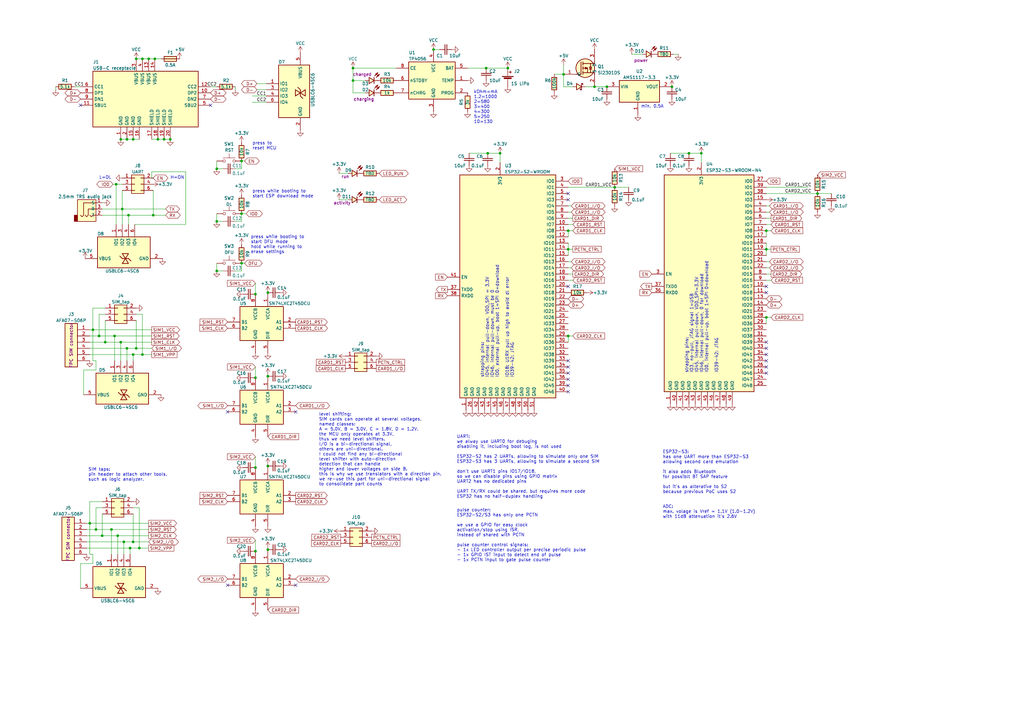
<source format=kicad_sch>
(kicad_sch (version 20230121) (generator eeschema)

  (uuid 43fc3289-82a7-492c-a423-3030e10115dc)

  (paper "A3")

  (title_block
    (title "rSIM")
    (date "$date$")
    (rev "$version$.$revision$")
    (company "CuVoodoo")
    (comment 1 "King Kévin")
    (comment 2 "CERN-OHL-S")
  )

  

  (junction (at 208.28 27.94) (diameter 0) (color 0 0 0 0)
    (uuid 0aae8a84-70eb-413b-bbdd-0b185292acb9)
  )
  (junction (at 62.865 88.265) (diameter 0) (color 0 0 0 0)
    (uuid 0ab4d196-e804-4ef4-9aba-59288b34c123)
  )
  (junction (at 38.1 135.255) (diameter 0) (color 0 0 0 0)
    (uuid 0afad9f6-10aa-4881-b161-9ddb9475a932)
  )
  (junction (at 50.8 222.25) (diameter 0) (color 0 0 0 0)
    (uuid 0c025312-05ac-49db-bf9f-41f1eb55c02f)
  )
  (junction (at 49.53 140.335) (diameter 0) (color 0 0 0 0)
    (uuid 0fa23525-5a8b-4ae7-b23b-25be5e08d3b6)
  )
  (junction (at 54.61 145.415) (diameter 0) (color 0 0 0 0)
    (uuid 113475a9-35f3-4c42-a3a2-4e6b5ffaab52)
  )
  (junction (at 54.61 57.15) (diameter 0) (color 0 0 0 0)
    (uuid 1396709f-f3af-4361-94dc-dd7b5b2d0e25)
  )
  (junction (at 314.325 102.235) (diameter 0) (color 0 0 0 0)
    (uuid 1776afac-9739-4312-ac31-dfd873275f89)
  )
  (junction (at 67.31 57.15) (diameter 0) (color 0 0 0 0)
    (uuid 1b977939-3eae-4f86-bbe2-8bb5ef2271d1)
  )
  (junction (at 314.325 130.175) (diameter 0) (color 0 0 0 0)
    (uuid 1d1eea5e-335d-41a8-9fd3-c6e42e6dba50)
  )
  (junction (at 58.42 24.13) (diameter 0) (color 0 0 0 0)
    (uuid 210ff19a-1c43-4e2b-814c-2cbf7f7e9abf)
  )
  (junction (at 55.88 142.875) (diameter 0) (color 0 0 0 0)
    (uuid 24902d23-ecac-422f-8b8f-079b3f09bdee)
  )
  (junction (at 109.855 191.135) (diameter 0) (color 0 0 0 0)
    (uuid 268507ec-27c2-4ea1-b035-55f6c090e1f3)
  )
  (junction (at 282.575 62.865) (diameter 0) (color 0 0 0 0)
    (uuid 38a87961-46e5-47de-b72a-d3d64a4f1d8f)
  )
  (junction (at 60.96 24.13) (diameter 0) (color 0 0 0 0)
    (uuid 3a1b1e34-9583-4362-8041-89d09bf3ddaf)
  )
  (junction (at 55.88 24.13) (diameter 0) (color 0 0 0 0)
    (uuid 3f9fe8cc-ded0-4e14-8a8a-c96fa9511951)
  )
  (junction (at 335.28 79.375) (diameter 0) (color 0 0 0 0)
    (uuid 41f90a9e-f435-47e9-9b7d-13da8e8ab3a2)
  )
  (junction (at 233.045 102.235) (diameter 0) (color 0 0 0 0)
    (uuid 4428f192-c00e-4977-93d1-925adac6069f)
  )
  (junction (at 53.34 224.79) (diameter 0) (color 0 0 0 0)
    (uuid 45f8a2d7-c2bb-4cf9-97e8-34dfd58bdcf8)
  )
  (junction (at 248.92 35.56) (diameter 0) (color 0 0 0 0)
    (uuid 4ccdb486-edc5-46ab-8557-b18fbaba9336)
  )
  (junction (at 144.78 27.94) (diameter 0) (color 0 0 0 0)
    (uuid 4f0f7bba-2eca-4b96-9d2d-0c682befe3c0)
  )
  (junction (at 88.9 111.125) (diameter 0) (color 0 0 0 0)
    (uuid 5101461b-0a5d-4bf6-910b-a1aea68bc0b6)
  )
  (junction (at 50.165 85.725) (diameter 0) (color 0 0 0 0)
    (uuid 535ab735-ff4a-409b-973a-c5c2e8c2c9cd)
  )
  (junction (at 54.61 222.25) (diameter 0) (color 0 0 0 0)
    (uuid 59df1d0c-f9af-498c-a434-dbfc5d0dc53b)
  )
  (junction (at 58.42 145.415) (diameter 0) (color 0 0 0 0)
    (uuid 5a173dcb-0fbd-46d4-b0f3-31adc408901e)
  )
  (junction (at 199.39 27.94) (diameter 0) (color 0 0 0 0)
    (uuid 5d29192e-c20d-4f4f-a7e7-772b5d8acf00)
  )
  (junction (at 314.325 94.615) (diameter 0) (color 0 0 0 0)
    (uuid 6012220c-4321-43b0-ab0a-da7094a317df)
  )
  (junction (at 57.15 224.79) (diameter 0) (color 0 0 0 0)
    (uuid 618de65d-a1ba-480f-81e6-6bfcd6d7cf08)
  )
  (junction (at 88.9 90.805) (diameter 0) (color 0 0 0 0)
    (uuid 61ee51dd-0938-414e-aeb6-a5986b8ae23b)
  )
  (junction (at 46.99 137.795) (diameter 0) (color 0 0 0 0)
    (uuid 66b5352e-17b1-47c2-9f59-3563fa3a8775)
  )
  (junction (at 88.9 69.215) (diameter 0) (color 0 0 0 0)
    (uuid 6cdcff59-e745-4789-b775-bd246636d0d1)
  )
  (junction (at 49.53 57.15) (diameter 0) (color 0 0 0 0)
    (uuid 6e29b4e6-1fd1-42bc-91d7-cc6b6b7f254d)
  )
  (junction (at 36.83 214.63) (diameter 0) (color 0 0 0 0)
    (uuid 7178cc29-85ec-4b8d-8454-90b66a656ca9)
  )
  (junction (at 104.775 120.65) (diameter 0) (color 0 0 0 0)
    (uuid 72ccde37-3758-42d0-be06-76a298c5891c)
  )
  (junction (at 104.775 191.77) (diameter 0) (color 0 0 0 0)
    (uuid 72d5890d-5921-4a21-a51b-4f241f339354)
  )
  (junction (at 99.06 87.63) (diameter 0) (color 0 0 0 0)
    (uuid 73201e0f-bf7c-45d8-9d6c-6722ebc30cb2)
  )
  (junction (at 69.85 57.15) (diameter 0) (color 0 0 0 0)
    (uuid 7418d0b8-5dfb-43b8-a449-d2c6326428ca)
  )
  (junction (at 243.84 35.56) (diameter 0) (color 0 0 0 0)
    (uuid 7a64de9f-d915-4fe5-a388-688104f6bad5)
  )
  (junction (at 99.06 66.04) (diameter 0) (color 0 0 0 0)
    (uuid 7ba0f038-7182-4d79-8c7b-e36c694e3227)
  )
  (junction (at 99.06 107.95) (diameter 0) (color 0 0 0 0)
    (uuid 97126391-ce57-4fdf-b9f1-a16fb8d6e2a7)
  )
  (junction (at 231.14 30.48) (diameter 0) (color 0 0 0 0)
    (uuid 97354adc-d460-4c5d-b20b-ff1cc34093e4)
  )
  (junction (at 287.655 62.865) (diameter 0) (color 0 0 0 0)
    (uuid 9d4802a1-b4cb-4ddf-9373-30886866a51c)
  )
  (junction (at 40.64 137.795) (diameter 0) (color 0 0 0 0)
    (uuid a10ecf09-5f30-48cc-aaee-0e71afc0015b)
  )
  (junction (at 48.26 219.71) (diameter 0) (color 0 0 0 0)
    (uuid a211bf74-39e9-46b9-9ed4-0151bec35cce)
  )
  (junction (at 177.8 20.32) (diameter 0) (color 0 0 0 0)
    (uuid a5780745-9643-4dce-90de-5be67c7ed6d7)
  )
  (junction (at 52.07 57.15) (diameter 0) (color 0 0 0 0)
    (uuid a848b20d-0445-4ce4-aea2-ee45bb60f1a5)
  )
  (junction (at 109.855 120.015) (diameter 0) (color 0 0 0 0)
    (uuid ab639e16-7b21-4771-9e78-c5d43b87d178)
  )
  (junction (at 233.045 137.795) (diameter 0) (color 0 0 0 0)
    (uuid af16e485-c707-471b-9ff3-a2be28c35af6)
  )
  (junction (at 45.72 217.17) (diameter 0) (color 0 0 0 0)
    (uuid b471ce37-f942-4515-933d-d06303fc8021)
  )
  (junction (at 104.775 154.94) (diameter 0) (color 0 0 0 0)
    (uuid b5c541b2-ad04-4439-8ff1-592eee991ab3)
  )
  (junction (at 39.37 217.17) (diameter 0) (color 0 0 0 0)
    (uuid b83e1599-1d81-4d09-86fe-b426a55a8e75)
  )
  (junction (at 47.625 75.565) (diameter 0) (color 0 0 0 0)
    (uuid b90ecd5c-be98-496a-9127-867250b4b45d)
  )
  (junction (at 205.105 62.865) (diameter 0) (color 0 0 0 0)
    (uuid c0271ff4-84d1-411e-87d5-88307e5ec032)
  )
  (junction (at 52.705 88.265) (diameter 0) (color 0 0 0 0)
    (uuid c081af77-2600-4d4d-a202-a8a47472c4f1)
  )
  (junction (at 41.91 219.71) (diameter 0) (color 0 0 0 0)
    (uuid c385d3d2-7f7c-4f4e-ab7c-4bd806532b02)
  )
  (junction (at 252.095 76.835) (diameter 0) (color 0 0 0 0)
    (uuid c65954e6-9f15-4185-9480-54745fe3b941)
  )
  (junction (at 104.775 226.06) (diameter 0) (color 0 0 0 0)
    (uuid cda2dde1-0128-44c6-9b32-b8a3a98dedd5)
  )
  (junction (at 109.855 154.305) (diameter 0) (color 0 0 0 0)
    (uuid d2f6f31b-4b38-402f-8be2-787232d63324)
  )
  (junction (at 43.18 140.335) (diameter 0) (color 0 0 0 0)
    (uuid d49089a3-147b-4363-bdde-44e57a465210)
  )
  (junction (at 275.59 35.56) (diameter 0) (color 0 0 0 0)
    (uuid d858b2e8-6549-4415-bf98-6c1532223d7b)
  )
  (junction (at 144.78 33.02) (diameter 0) (color 0 0 0 0)
    (uuid d93ebf63-5f8d-4e7d-9cf4-322d3cc21ee8)
  )
  (junction (at 63.5 24.13) (diameter 0) (color 0 0 0 0)
    (uuid db831e70-d6b1-4590-9561-b5cd6d9e7462)
  )
  (junction (at 233.045 94.615) (diameter 0) (color 0 0 0 0)
    (uuid dbbab4a4-0bbf-4ede-bf78-1d1f08dea6ad)
  )
  (junction (at 200.025 62.865) (diameter 0) (color 0 0 0 0)
    (uuid f1d07f28-8db3-4bd5-b296-e3a6e5914019)
  )
  (junction (at 64.77 57.15) (diameter 0) (color 0 0 0 0)
    (uuid f27fcd96-8e0e-4b62-952d-b01556b36c32)
  )
  (junction (at 109.855 225.425) (diameter 0) (color 0 0 0 0)
    (uuid f44b23e0-1bf8-4583-b946-16d49cc7b0e3)
  )
  (junction (at 52.07 142.875) (diameter 0) (color 0 0 0 0)
    (uuid f6b7d65c-88f5-4e40-8429-42fb7d869123)
  )

  (no_connect (at 33.02 43.18) (uuid 041adf4b-c97e-42a3-beee-7bc4401bd5ad))
  (no_connect (at 233.045 153.035) (uuid 06f20115-e5f0-4bae-890a-4115aa2c3a05))
  (no_connect (at 314.325 145.415) (uuid 0c89512f-c9d9-4a2a-b62e-0d1232a9686c))
  (no_connect (at 233.045 147.955) (uuid 202c2e7d-7417-469e-bf6c-4c5ae35c0ef4))
  (no_connect (at 314.325 153.035) (uuid 221e148a-b64e-4db1-a53a-0be84c6f436a))
  (no_connect (at 314.325 142.875) (uuid 2a0667a3-1ce4-4019-8a0b-9686071b485c))
  (no_connect (at 233.045 150.495) (uuid 310b5baf-8fd7-4198-a351-377697d4d873))
  (no_connect (at 93.345 240.03) (uuid 332b5eef-30d7-4682-8550-5626f613ded3))
  (no_connect (at 314.325 147.955) (uuid 3ad2f32a-709e-4472-b1ea-929a5c814c9a))
  (no_connect (at 314.325 120.015) (uuid 402811f2-f89d-4ffb-98bb-8e4cf8c0c8e2))
  (no_connect (at 93.345 168.91) (uuid 68a32de3-d419-4d77-aae4-50d7e2fb8c4c))
  (no_connect (at 233.045 160.655) (uuid 6a51d470-bf55-4e35-a794-3bcaf3821824))
  (no_connect (at 86.36 43.18) (uuid 77a9d6e1-63d4-4cc5-8f14-3b1548bac972))
  (no_connect (at 121.285 168.91) (uuid 77e35792-13e4-4824-8e42-41ce819353a0))
  (no_connect (at 233.045 81.915) (uuid 8dc4a1e1-24ca-44f2-aa15-a4a6aecfc310))
  (no_connect (at 314.325 117.475) (uuid 942ea95d-75c0-41e0-9171-46590d9f58ea))
  (no_connect (at 121.285 240.03) (uuid ad55e556-5c08-43fc-aa9b-dcec33bba92b))
  (no_connect (at 233.045 117.475) (uuid b0d8f44a-1413-4586-a762-96afb36b0860))
  (no_connect (at 314.325 150.495) (uuid c8c0bb84-3371-4f4b-be5b-787c767be4b0))
  (no_connect (at 233.045 158.115) (uuid cf6b92fa-b189-4943-9554-6ea0af1b936c))
  (no_connect (at 233.045 155.575) (uuid d08eb7ce-c81b-4f25-826b-ccba74be3a66))
  (no_connect (at 314.325 140.335) (uuid f06a9d02-9b77-4aa4-bfef-50e01c454a73))
  (no_connect (at 233.045 79.375) (uuid f975f5ff-5327-4b23-a11b-100e013de3b0))

  (wire (pts (xy 43.18 128.905) (xy 40.64 128.905))
    (stroke (width 0) (type default))
    (uuid 01b26f41-1d34-4f2f-9a7d-4d13a76291cf)
  )
  (wire (pts (xy 41.91 208.28) (xy 39.37 208.28))
    (stroke (width 0) (type default))
    (uuid 01fe61a1-d0f9-42e5-a0d1-afe038e8ae86)
  )
  (wire (pts (xy 243.84 35.56) (xy 248.92 35.56))
    (stroke (width 0) (type default))
    (uuid 02ed5410-6416-4437-8920-3253be841f8b)
  )
  (wire (pts (xy 139.065 81.915) (xy 142.875 81.915))
    (stroke (width 0) (type default))
    (uuid 0476b82d-4ea1-4db1-823a-33874474cf7d)
  )
  (wire (pts (xy 36.83 135.255) (xy 38.1 135.255))
    (stroke (width 0) (type default))
    (uuid 0581f108-2118-4899-bc53-2632a661c603)
  )
  (wire (pts (xy 60.96 222.25) (xy 54.61 222.25))
    (stroke (width 0) (type default))
    (uuid 05af755a-adaa-4ee4-8d64-a472fa6ff206)
  )
  (wire (pts (xy 30.48 35.56) (xy 33.02 35.56))
    (stroke (width 0) (type default))
    (uuid 062233f3-17d3-4bf7-8c79-9b53b2698d30)
  )
  (wire (pts (xy 192.405 62.865) (xy 200.025 62.865))
    (stroke (width 0) (type default))
    (uuid 0afb6d88-b2ee-4b66-92f4-6212061e822a)
  )
  (wire (pts (xy 234.95 92.075) (xy 233.045 92.075))
    (stroke (width 0) (type default))
    (uuid 0dd4f7fa-c835-4e06-93ef-e71b40c07032)
  )
  (wire (pts (xy 54.61 222.25) (xy 50.8 222.25))
    (stroke (width 0) (type default))
    (uuid 0e6d6f0d-da0d-4557-9bd8-2f1162a362c4)
  )
  (wire (pts (xy 100.33 66.04) (xy 99.06 66.04))
    (stroke (width 0) (type default))
    (uuid 12f6b2fd-246f-4513-80a4-06ccdd1be872)
  )
  (wire (pts (xy 104.775 221.615) (xy 104.775 226.06))
    (stroke (width 0) (type default))
    (uuid 131113d7-48e2-437b-bd4a-29e99966ad43)
  )
  (wire (pts (xy 316.23 112.395) (xy 314.325 112.395))
    (stroke (width 0) (type default))
    (uuid 14fb8f5c-c6a0-44d2-b871-b0cf85844681)
  )
  (wire (pts (xy 99.06 107.95) (xy 99.06 111.125))
    (stroke (width 0) (type default))
    (uuid 16051647-10d7-487f-8d6d-c39defb5aef0)
  )
  (wire (pts (xy 52.705 88.265) (xy 52.705 92.075))
    (stroke (width 0) (type default))
    (uuid 1a8d9c74-7838-45d1-8794-3c4651952635)
  )
  (wire (pts (xy 54.61 208.28) (xy 57.15 208.28))
    (stroke (width 0) (type default))
    (uuid 1abb51c8-ed79-47ef-b1ca-f779070f12fa)
  )
  (wire (pts (xy 316.23 92.075) (xy 314.325 92.075))
    (stroke (width 0) (type default))
    (uuid 1ad56e4a-003d-418e-bbe3-34f6c4782d9f)
  )
  (wire (pts (xy 315.595 86.995) (xy 314.325 86.995))
    (stroke (width 0) (type default))
    (uuid 1d6dd0d9-1102-461b-bcfa-79d36a05bebb)
  )
  (wire (pts (xy 316.23 89.535) (xy 314.325 89.535))
    (stroke (width 0) (type default))
    (uuid 1fc1056e-6dda-462e-aa85-0480feb07cf8)
  )
  (wire (pts (xy 41.91 219.71) (xy 35.56 219.71))
    (stroke (width 0) (type default))
    (uuid 1fe75752-0243-42b0-9ffe-1d367938ec28)
  )
  (wire (pts (xy 109.855 191.135) (xy 109.855 191.77))
    (stroke (width 0) (type default))
    (uuid 214fa193-eb04-4c1f-94a5-2c054d47e818)
  )
  (wire (pts (xy 38.1 135.255) (xy 38.1 147.955))
    (stroke (width 0) (type default))
    (uuid 21989226-3c10-4fbd-a32f-9c4554e9a65b)
  )
  (wire (pts (xy 144.78 33.02) (xy 149.86 33.02))
    (stroke (width 0) (type default))
    (uuid 22e115de-00f8-4151-9522-dd81401841f2)
  )
  (wire (pts (xy 54.61 145.415) (xy 54.61 147.955))
    (stroke (width 0) (type default))
    (uuid 23b4f09c-1ce6-49e8-9836-d0c9a0900bc1)
  )
  (wire (pts (xy 48.26 219.71) (xy 48.26 227.33))
    (stroke (width 0) (type default))
    (uuid 23bf2c3f-1f59-428f-96aa-e1b206dcc0d2)
  )
  (wire (pts (xy 287.655 66.675) (xy 287.655 62.865))
    (stroke (width 0) (type default))
    (uuid 24cdce7a-f512-4241-9c3b-7e5a5bf0b41c)
  )
  (wire (pts (xy 234.95 112.395) (xy 233.045 112.395))
    (stroke (width 0) (type default))
    (uuid 265cab58-1be1-45f3-baa7-41723672afe3)
  )
  (wire (pts (xy 39.37 151.765) (xy 34.29 151.765))
    (stroke (width 0) (type default))
    (uuid 27157a8c-3a80-4595-8068-e6efd903ec0e)
  )
  (wire (pts (xy 62.23 140.335) (xy 49.53 140.335))
    (stroke (width 0) (type default))
    (uuid 28cd811d-fa5b-4fba-9ae0-41c0b4646c59)
  )
  (wire (pts (xy 35.56 224.79) (xy 53.34 224.79))
    (stroke (width 0) (type default))
    (uuid 2a714bd4-8cab-45b6-8869-7985ebef7755)
  )
  (wire (pts (xy 54.61 145.415) (xy 58.42 145.415))
    (stroke (width 0) (type default))
    (uuid 2b38f34d-8ba8-4ea7-b0b5-99506fb76b59)
  )
  (wire (pts (xy 57.15 224.79) (xy 60.96 224.79))
    (stroke (width 0) (type default))
    (uuid 2dd9ea5e-e4d6-49ba-8532-cc9506b3ce5e)
  )
  (wire (pts (xy 52.07 142.875) (xy 52.07 147.955))
    (stroke (width 0) (type default))
    (uuid 2ea9bbd8-4fcc-465d-9614-241db91de2ae)
  )
  (wire (pts (xy 88.9 69.215) (xy 91.44 69.215))
    (stroke (width 0) (type default))
    (uuid 2f42f560-8f25-4fe5-99bf-c337ceff50d8)
  )
  (wire (pts (xy 234.315 109.855) (xy 233.045 109.855))
    (stroke (width 0) (type default))
    (uuid 2f730de5-0681-48bc-934a-86d689f375e5)
  )
  (wire (pts (xy 63.5 24.13) (xy 66.04 24.13))
    (stroke (width 0) (type default))
    (uuid 2fbc0c04-2d66-4e27-8d7f-dc36592aff8e)
  )
  (wire (pts (xy 234.315 86.995) (xy 233.045 86.995))
    (stroke (width 0) (type default))
    (uuid 30bc00b3-ea5a-4141-b4fe-44c53b496da1)
  )
  (wire (pts (xy 38.1 126.365) (xy 38.1 135.255))
    (stroke (width 0) (type default))
    (uuid 316ae4ef-855f-4264-be8f-928ef7a22c1c)
  )
  (wire (pts (xy 49.53 57.15) (xy 52.07 57.15))
    (stroke (width 0) (type default))
    (uuid 31d06212-a074-461b-8126-cd9a078c2f72)
  )
  (wire (pts (xy 99.06 107.95) (xy 100.33 107.95))
    (stroke (width 0) (type default))
    (uuid 3294858c-4d8c-45bf-a23c-ad21ce67f13e)
  )
  (wire (pts (xy 76.2 70.485) (xy 76.2 92.075))
    (stroke (width 0) (type default))
    (uuid 32a8ae09-338d-418b-bc38-633ecd3411a2)
  )
  (wire (pts (xy 234.95 114.935) (xy 233.045 114.935))
    (stroke (width 0) (type default))
    (uuid 32b693ca-9907-4578-bd85-5708294dcc07)
  )
  (wire (pts (xy 240.03 35.56) (xy 243.84 35.56))
    (stroke (width 0) (type default))
    (uuid 337eb9e7-edeb-49cd-8388-c6c466579a0e)
  )
  (wire (pts (xy 43.18 126.365) (xy 38.1 126.365))
    (stroke (width 0) (type default))
    (uuid 343d7894-2dc4-4ea3-894a-a1f7c90dd4af)
  )
  (wire (pts (xy 314.325 94.615) (xy 314.325 97.155))
    (stroke (width 0) (type default))
    (uuid 3462d90f-1bab-4c27-ad2c-77c6fefba233)
  )
  (wire (pts (xy 314.325 102.235) (xy 314.325 104.775))
    (stroke (width 0) (type default))
    (uuid 374bdbc9-03ec-4cea-8c14-446e523491d3)
  )
  (wire (pts (xy 62.865 88.265) (xy 67.945 88.265))
    (stroke (width 0) (type default))
    (uuid 3a1fa1ca-c7d5-40ff-a377-49cc55e14a65)
  )
  (wire (pts (xy 55.88 142.875) (xy 52.07 142.875))
    (stroke (width 0) (type default))
    (uuid 3d11f8c0-8413-4a52-a4ba-cb71d1c5aa6d)
  )
  (wire (pts (xy 34.29 151.765) (xy 34.29 161.925))
    (stroke (width 0) (type default))
    (uuid 3d9884c9-d990-415b-9db3-896d9b5d1182)
  )
  (wire (pts (xy 46.355 75.565) (xy 47.625 75.565))
    (stroke (width 0) (type default))
    (uuid 3f6ba068-8357-4ba8-bee6-658785088c28)
  )
  (wire (pts (xy 231.14 30.48) (xy 231.14 35.56))
    (stroke (width 0) (type default))
    (uuid 4007915d-ac86-4bbf-9dcc-d5d246538379)
  )
  (wire (pts (xy 231.14 35.56) (xy 234.95 35.56))
    (stroke (width 0) (type default))
    (uuid 41181712-1235-4f48-8f17-eb2a715e6e29)
  )
  (wire (pts (xy 62.23 73.025) (xy 62.23 70.485))
    (stroke (width 0) (type default))
    (uuid 41266d67-4230-475e-8a0d-531711a20d32)
  )
  (wire (pts (xy 41.91 205.74) (xy 36.83 205.74))
    (stroke (width 0) (type default))
    (uuid 44f74a5b-c1c5-4b6e-8949-469fbc6a26aa)
  )
  (wire (pts (xy 109.855 153.67) (xy 109.855 154.305))
    (stroke (width 0) (type default))
    (uuid 451c625d-6ec9-499d-9102-d54a722103a0)
  )
  (wire (pts (xy 99.06 69.215) (xy 96.52 69.215))
    (stroke (width 0) (type default))
    (uuid 462822e0-b766-4ed8-9626-2637c45a450f)
  )
  (wire (pts (xy 60.96 217.17) (xy 45.72 217.17))
    (stroke (width 0) (type default))
    (uuid 4676ab4a-a72f-4999-852a-4b8cd6a3d71f)
  )
  (wire (pts (xy 50.165 78.105) (xy 50.165 85.725))
    (stroke (width 0) (type default))
    (uuid 47074bd2-9b50-4c85-b1fc-30225bf59f77)
  )
  (wire (pts (xy 45.72 217.17) (xy 45.72 227.33))
    (stroke (width 0) (type default))
    (uuid 4b168edf-b1c8-43bd-abd9-3a1540a42d71)
  )
  (wire (pts (xy 315.595 84.455) (xy 314.325 84.455))
    (stroke (width 0) (type default))
    (uuid 4b2312ba-ded7-4d58-88ea-c9a7cd4a8c2b)
  )
  (wire (pts (xy 55.88 128.905) (xy 58.42 128.905))
    (stroke (width 0) (type default))
    (uuid 4b886219-e270-49f8-9d8b-247875e15b91)
  )
  (wire (pts (xy 62.865 75.565) (xy 62.23 75.565))
    (stroke (width 0) (type default))
    (uuid 4c919fde-5f65-4075-bd17-639b50407288)
  )
  (wire (pts (xy 41.91 210.82) (xy 41.91 219.71))
    (stroke (width 0) (type default))
    (uuid 4e8c260b-5c67-4569-8e42-f4406985d3a7)
  )
  (wire (pts (xy 76.2 92.075) (xy 55.245 92.075))
    (stroke (width 0) (type default))
    (uuid 4fbe3604-179e-4af6-b1d5-b41013ed4365)
  )
  (wire (pts (xy 191.77 27.94) (xy 199.39 27.94))
    (stroke (width 0) (type default))
    (uuid 51b335bc-1dae-4d7e-ab62-fc3689c47916)
  )
  (wire (pts (xy 259.08 22.225) (xy 263.525 22.225))
    (stroke (width 0) (type default))
    (uuid 51c4b38e-ee2d-48cf-b445-5c7b340942d9)
  )
  (wire (pts (xy 35.56 214.63) (xy 36.83 214.63))
    (stroke (width 0) (type default))
    (uuid 525ed767-9dde-486b-a96f-5a8e911f4417)
  )
  (wire (pts (xy 50.8 222.25) (xy 50.8 227.33))
    (stroke (width 0) (type default))
    (uuid 5546e7a1-b5a0-428d-b5af-15065482b67e)
  )
  (wire (pts (xy 234.95 137.795) (xy 233.045 137.795))
    (stroke (width 0) (type default))
    (uuid 5785af71-ffab-435b-9cd7-d7d33fba723c)
  )
  (wire (pts (xy 62.23 70.485) (xy 76.2 70.485))
    (stroke (width 0) (type default))
    (uuid 579303c7-69d3-432c-a77f-fe5b14d21633)
  )
  (wire (pts (xy 99.06 90.805) (xy 96.52 90.805))
    (stroke (width 0) (type default))
    (uuid 583e0478-765a-49de-8159-a5963a5ece8b)
  )
  (wire (pts (xy 62.23 57.15) (xy 64.77 57.15))
    (stroke (width 0) (type default))
    (uuid 58776185-30ed-4ecf-8c8b-6d2f86ef8fbd)
  )
  (wire (pts (xy 99.06 111.125) (xy 96.52 111.125))
    (stroke (width 0) (type default))
    (uuid 58cacbbd-430a-4aeb-b56a-d18ca21c2733)
  )
  (wire (pts (xy 52.07 57.15) (xy 54.61 57.15))
    (stroke (width 0) (type default))
    (uuid 59377834-6c05-4827-aa3e-7af6265f4027)
  )
  (wire (pts (xy 55.88 131.445) (xy 55.88 142.875))
    (stroke (width 0) (type default))
    (uuid 5abb1736-b883-4aa6-827a-c0b16a83e742)
  )
  (wire (pts (xy 38.1 135.255) (xy 62.23 135.255))
    (stroke (width 0) (type default))
    (uuid 5b674e6f-faf3-42d8-945f-0a6b0df46295)
  )
  (wire (pts (xy 39.37 208.28) (xy 39.37 217.17))
    (stroke (width 0) (type default))
    (uuid 5cc346f9-b4e4-417c-976f-17d1ef5d33cb)
  )
  (wire (pts (xy 180.34 20.32) (xy 177.8 20.32))
    (stroke (width 0) (type default))
    (uuid 5d0ab1a0-c67a-4680-a479-d90535a20da5)
  )
  (wire (pts (xy 22.86 36.83) (xy 22.86 35.56))
    (stroke (width 0) (type default))
    (uuid 5e3dead1-b766-42aa-b010-8d9f19be885e)
  )
  (wire (pts (xy 38.1 147.955) (xy 39.37 147.955))
    (stroke (width 0) (type default))
    (uuid 5e8d7775-3373-45f3-9f35-a94652c62fff)
  )
  (wire (pts (xy 278.13 22.225) (xy 276.225 22.225))
    (stroke (width 0) (type default))
    (uuid 639bc936-6655-4e15-ad95-85f1c8050469)
  )
  (wire (pts (xy 96.52 36.83) (xy 96.52 35.56))
    (stroke (width 0) (type default))
    (uuid 64934166-2293-481a-b738-a565ef19ea54)
  )
  (wire (pts (xy 58.42 24.13) (xy 60.96 24.13))
    (stroke (width 0) (type default))
    (uuid 6900d179-1059-4675-ae24-8514e5dc94cf)
  )
  (wire (pts (xy 49.53 140.335) (xy 43.18 140.335))
    (stroke (width 0) (type default))
    (uuid 6c135352-089d-4c4a-850f-a48bb8b1859a)
  )
  (wire (pts (xy 88.9 111.125) (xy 91.44 111.125))
    (stroke (width 0) (type default))
    (uuid 6c5a98a5-d5f7-4f72-8c86-2150c0d8aad2)
  )
  (wire (pts (xy 88.9 35.56) (xy 86.36 35.56))
    (stroke (width 0) (type default))
    (uuid 72d25bc5-89be-4391-9564-4d75f1ef11ae)
  )
  (wire (pts (xy 234.315 107.315) (xy 233.045 107.315))
    (stroke (width 0) (type default))
    (uuid 74457c11-4d59-4d32-b7a9-3367e37b273b)
  )
  (wire (pts (xy 36.83 214.63) (xy 60.96 214.63))
    (stroke (width 0) (type default))
    (uuid 74a10f92-b5df-4a3a-a00e-a022f980cd33)
  )
  (wire (pts (xy 55.88 24.13) (xy 58.42 24.13))
    (stroke (width 0) (type default))
    (uuid 761e1be3-2f75-42b2-9d5c-7bc0cee39709)
  )
  (wire (pts (xy 53.34 224.79) (xy 57.15 224.79))
    (stroke (width 0) (type default))
    (uuid 7714d6e8-fc0d-4b88-9186-06ea8a915cfc)
  )
  (wire (pts (xy 88.9 111.125) (xy 88.9 107.95))
    (stroke (width 0) (type default))
    (uuid 7b31b454-616c-4c33-a2f7-a47a0a4850f1)
  )
  (wire (pts (xy 46.99 137.795) (xy 46.99 147.955))
    (stroke (width 0) (type default))
    (uuid 7b4ca93f-bc03-4b96-9b24-3c1fc92887d0)
  )
  (wire (pts (xy 36.83 227.33) (xy 38.1 227.33))
    (stroke (width 0) (type default))
    (uuid 7b5302df-7ee1-4aff-951a-d7efdbce1a7f)
  )
  (wire (pts (xy 57.15 208.28) (xy 57.15 224.79))
    (stroke (width 0) (type default))
    (uuid 7ba95e8d-2a94-44d1-912d-098f8d176f8e)
  )
  (wire (pts (xy 109.855 225.425) (xy 109.855 226.06))
    (stroke (width 0) (type default))
    (uuid 7c859b42-bc40-45f4-8e69-5747c3860abe)
  )
  (wire (pts (xy 58.42 128.905) (xy 58.42 145.415))
    (stroke (width 0) (type default))
    (uuid 7dc411d6-2476-4e08-9f26-e3a93c6816a5)
  )
  (wire (pts (xy 234.315 84.455) (xy 233.045 84.455))
    (stroke (width 0) (type default))
    (uuid 7f58e94a-0c74-4e7e-9846-282e9a9eadcb)
  )
  (wire (pts (xy 36.83 145.415) (xy 54.61 145.415))
    (stroke (width 0) (type default))
    (uuid 81c95863-7e9d-4bc6-bea4-983292a90dd0)
  )
  (wire (pts (xy 99.06 66.04) (xy 99.06 69.215))
    (stroke (width 0) (type default))
    (uuid 82b88069-dcca-4eeb-ba5b-663c4aa481eb)
  )
  (wire (pts (xy 38.1 227.33) (xy 38.1 231.14))
    (stroke (width 0) (type default))
    (uuid 8404b283-8ff0-4eb6-89c1-2fbf459615e7)
  )
  (wire (pts (xy 109.855 154.305) (xy 109.855 154.94))
    (stroke (width 0) (type default))
    (uuid 84ddee1b-ce6c-4117-8cbf-59c664524578)
  )
  (wire (pts (xy 45.72 217.17) (xy 39.37 217.17))
    (stroke (width 0) (type default))
    (uuid 85f23b09-e30b-4c12-8560-ad87d56ca01b)
  )
  (wire (pts (xy 234.95 94.615) (xy 233.045 94.615))
    (stroke (width 0) (type default))
    (uuid 89ae06b1-2c0f-4e9c-b9ba-b7a019d46b33)
  )
  (wire (pts (xy 109.855 190.5) (xy 109.855 191.135))
    (stroke (width 0) (type default))
    (uuid 8ba2f39c-2f2c-4c66-8742-ee0cda489917)
  )
  (wire (pts (xy 60.96 24.13) (xy 63.5 24.13))
    (stroke (width 0) (type default))
    (uuid 8bf04556-7072-4a6e-9296-a166ede7bc36)
  )
  (wire (pts (xy 39.37 147.955) (xy 39.37 151.765))
    (stroke (width 0) (type default))
    (uuid 8e4d5a8f-6635-484b-a145-ce73dc145c2f)
  )
  (wire (pts (xy 139.065 71.12) (xy 142.875 71.12))
    (stroke (width 0) (type default))
    (uuid 8e90114a-5e58-4188-a2aa-9d9be53330d4)
  )
  (wire (pts (xy 104.775 187.325) (xy 104.775 191.77))
    (stroke (width 0) (type default))
    (uuid 914e8fd8-2a94-4dba-8058-ed8c0dabfa49)
  )
  (wire (pts (xy 252.095 76.835) (xy 257.81 76.835))
    (stroke (width 0) (type default))
    (uuid 950cb00a-fc2d-44d9-8939-e5d6e3de8f52)
  )
  (wire (pts (xy 67.31 57.15) (xy 69.85 57.15))
    (stroke (width 0) (type default))
    (uuid 96a37f3e-b069-433d-b845-53eb80c7ba8b)
  )
  (wire (pts (xy 60.96 219.71) (xy 48.26 219.71))
    (stroke (width 0) (type default))
    (uuid 96aabc9e-193f-4e4c-96c5-54dafffc519d)
  )
  (wire (pts (xy 314.325 102.235) (xy 316.23 102.235))
    (stroke (width 0) (type default))
    (uuid 9da60f9f-09bd-4e1e-a3e3-6c39c723f191)
  )
  (wire (pts (xy 62.865 78.105) (xy 62.865 88.265))
    (stroke (width 0) (type default))
    (uuid 9f4ed31d-c1bf-4d4e-a65d-bedf638ba121)
  )
  (wire (pts (xy 50.165 85.725) (xy 67.945 85.725))
    (stroke (width 0) (type default))
    (uuid 9f789bd3-59d1-4a8c-bf4b-6ccfdc0f22d2)
  )
  (wire (pts (xy 234.95 89.535) (xy 233.045 89.535))
    (stroke (width 0) (type default))
    (uuid a570afe6-8405-417a-aa9c-e1b879cf2a97)
  )
  (wire (pts (xy 33.02 231.14) (xy 33.02 241.3))
    (stroke (width 0) (type default))
    (uuid a6385909-51bb-43b0-a4fc-ccef7a36380e)
  )
  (wire (pts (xy 205.105 66.675) (xy 205.105 62.865))
    (stroke (width 0) (type default))
    (uuid a6d0ec67-95bf-4edc-90d4-65b36d4a89dc)
  )
  (wire (pts (xy 109.855 224.79) (xy 109.855 225.425))
    (stroke (width 0) (type default))
    (uuid a8509717-48d6-431e-bb96-367b76de0988)
  )
  (wire (pts (xy 274.955 62.865) (xy 282.575 62.865))
    (stroke (width 0) (type default))
    (uuid a9563a59-9a61-45ff-824b-e2636f6956ba)
  )
  (wire (pts (xy 144.78 27.94) (xy 162.56 27.94))
    (stroke (width 0) (type default))
    (uuid aa4930b2-a1b9-46eb-9dcb-a0f7ae980a09)
  )
  (wire (pts (xy 287.655 62.865) (xy 282.575 62.865))
    (stroke (width 0) (type default))
    (uuid ab706531-9451-469c-b21a-28a450591d21)
  )
  (wire (pts (xy 43.18 131.445) (xy 43.18 140.335))
    (stroke (width 0) (type default))
    (uuid abf825ea-b65f-49df-8bc4-4f1176c241c2)
  )
  (wire (pts (xy 109.22 39.37) (xy 103.505 39.37))
    (stroke (width 0) (type default))
    (uuid ace81e2d-b6fa-4bed-9380-099db79b1343)
  )
  (wire (pts (xy 54.61 210.82) (xy 54.61 222.25))
    (stroke (width 0) (type default))
    (uuid adca319b-046d-481d-9562-c2ad7b46064d)
  )
  (wire (pts (xy 316.23 94.615) (xy 314.325 94.615))
    (stroke (width 0) (type default))
    (uuid ae3b1ccc-59ed-4b1b-bdb2-5fe99d827e56)
  )
  (wire (pts (xy 64.77 57.15) (xy 67.31 57.15))
    (stroke (width 0) (type default))
    (uuid aed71bcf-efff-4d6f-82bd-9ea5c06966c0)
  )
  (wire (pts (xy 104.775 116.205) (xy 104.775 120.65))
    (stroke (width 0) (type default))
    (uuid aefe8042-d232-465a-872e-ab2e53dcad69)
  )
  (wire (pts (xy 105.41 36.83) (xy 109.22 36.83))
    (stroke (width 0) (type default))
    (uuid afca3654-cbf4-4019-a22a-348bbc9cacd1)
  )
  (wire (pts (xy 41.91 83.185) (xy 42.545 83.185))
    (stroke (width 0) (type default))
    (uuid afd096f1-1099-49ba-91a2-0406103dc830)
  )
  (wire (pts (xy 233.045 76.835) (xy 252.095 76.835))
    (stroke (width 0) (type default))
    (uuid b145ee6f-5200-40f7-8dda-92361470bf1e)
  )
  (wire (pts (xy 39.37 217.17) (xy 35.56 217.17))
    (stroke (width 0) (type default))
    (uuid b292734c-20ee-4e54-9686-0804f9972cf5)
  )
  (wire (pts (xy 41.91 88.265) (xy 52.705 88.265))
    (stroke (width 0) (type default))
    (uuid b35d36c1-e4ae-4509-ac1c-23043a80d74c)
  )
  (wire (pts (xy 40.64 137.795) (xy 36.83 137.795))
    (stroke (width 0) (type default))
    (uuid b463475a-b3c2-4958-9b78-a1c96e5238f2)
  )
  (wire (pts (xy 144.78 38.1) (xy 144.78 33.02))
    (stroke (width 0) (type default))
    (uuid b54ea259-b109-4494-bd9d-ea501bf57521)
  )
  (wire (pts (xy 41.91 85.725) (xy 50.165 85.725))
    (stroke (width 0) (type default))
    (uuid b7f6c61c-c665-4839-9ebb-60c58d49bb04)
  )
  (wire (pts (xy 47.625 75.565) (xy 47.625 92.075))
    (stroke (width 0) (type default))
    (uuid b8d56224-0ec9-45df-acfc-533e102bac85)
  )
  (wire (pts (xy 36.83 214.63) (xy 36.83 227.33))
    (stroke (width 0) (type default))
    (uuid b8da643c-d5bb-4354-b120-d63c8ec2a68b)
  )
  (wire (pts (xy 62.23 137.795) (xy 46.99 137.795))
    (stroke (width 0) (type default))
    (uuid b9063a59-cf92-4941-8b40-0ef89a88b7e0)
  )
  (wire (pts (xy 62.23 142.875) (xy 55.88 142.875))
    (stroke (width 0) (type default))
    (uuid bc43e570-1871-4106-a2cd-53740b07a35f)
  )
  (wire (pts (xy 109.22 41.91) (xy 103.505 41.91))
    (stroke (width 0) (type default))
    (uuid bd7579d2-a4e5-4d34-a2a0-55bf2058c51b)
  )
  (wire (pts (xy 88.9 69.215) (xy 88.9 66.04))
    (stroke (width 0) (type default))
    (uuid c0493ecc-734b-4c04-9ff7-94a42f8f0cdd)
  )
  (wire (pts (xy 149.86 38.1) (xy 144.78 38.1))
    (stroke (width 0) (type default))
    (uuid c6928b6e-b7d8-420e-b5cc-80340198a547)
  )
  (wire (pts (xy 314.325 79.375) (xy 335.28 79.375))
    (stroke (width 0) (type default))
    (uuid c809ec87-c4d2-44ce-8954-228cbf8135a6)
  )
  (wire (pts (xy 233.045 102.235) (xy 234.95 102.235))
    (stroke (width 0) (type default))
    (uuid c9bd714b-5321-41ff-ac5c-eb199c8084b9)
  )
  (wire (pts (xy 50.165 85.725) (xy 50.165 92.075))
    (stroke (width 0) (type default))
    (uuid c9e22694-b8d5-4679-9720-376a29dc31f5)
  )
  (wire (pts (xy 88.9 90.805) (xy 88.9 87.63))
    (stroke (width 0) (type default))
    (uuid ca63b74b-e590-4b56-8a17-3b3771dcad56)
  )
  (wire (pts (xy 314.325 99.695) (xy 314.325 102.235))
    (stroke (width 0) (type default))
    (uuid cbaa803a-055e-4082-a855-3e4405945cd6)
  )
  (wire (pts (xy 48.26 219.71) (xy 41.91 219.71))
    (stroke (width 0) (type default))
    (uuid cc78ef70-a9c2-42ff-a95c-9787686d42e9)
  )
  (wire (pts (xy 88.9 90.805) (xy 91.44 90.805))
    (stroke (width 0) (type default))
    (uuid ce8563ed-d856-4c74-b814-3670fe861648)
  )
  (wire (pts (xy 52.705 88.265) (xy 62.865 88.265))
    (stroke (width 0) (type default))
    (uuid cf093d59-2e18-48bf-9a97-172fc7cbc5b3)
  )
  (wire (pts (xy 315.595 109.855) (xy 314.325 109.855))
    (stroke (width 0) (type default))
    (uuid d0c016db-dddc-4cc9-bda6-66bbe7e195c4)
  )
  (wire (pts (xy 49.53 140.335) (xy 49.53 147.955))
    (stroke (width 0) (type default))
    (uuid d1766055-8d26-4d16-b81b-41b92ad8732b)
  )
  (wire (pts (xy 316.23 130.175) (xy 314.325 130.175))
    (stroke (width 0) (type default))
    (uuid d37b9d43-55c5-42bf-8e18-04b3adbe2478)
  )
  (wire (pts (xy 53.34 224.79) (xy 53.34 227.33))
    (stroke (width 0) (type default))
    (uuid d3ccec53-4b2e-40cb-a9f4-262ac462070b)
  )
  (wire (pts (xy 205.105 62.865) (xy 200.025 62.865))
    (stroke (width 0) (type default))
    (uuid d41e0fce-915e-4fef-974b-8753bd95038f)
  )
  (wire (pts (xy 233.045 137.795) (xy 233.045 140.335))
    (stroke (width 0) (type default))
    (uuid d4ea2cb5-b2d3-4993-86cc-0ecdeb8b34ee)
  )
  (wire (pts (xy 109.855 120.015) (xy 109.855 120.65))
    (stroke (width 0) (type default))
    (uuid d5bd3887-5e29-4141-b6c2-87aeef26f69c)
  )
  (wire (pts (xy 58.42 145.415) (xy 62.23 145.415))
    (stroke (width 0) (type default))
    (uuid d901fdd0-7968-4328-8ae6-026892d06f2e)
  )
  (wire (pts (xy 52.07 142.875) (xy 36.83 142.875))
    (stroke (width 0) (type default))
    (uuid da022e3e-cb70-4111-9cd0-19744fd213e3)
  )
  (wire (pts (xy 144.78 33.02) (xy 144.78 27.94))
    (stroke (width 0) (type default))
    (uuid db20da81-8cf7-4000-b1c1-bfed1b7ecf65)
  )
  (wire (pts (xy 46.99 137.795) (xy 40.64 137.795))
    (stroke (width 0) (type default))
    (uuid db7a84fb-c936-4db0-ae60-3f2c1f62f2e8)
  )
  (wire (pts (xy 36.83 205.74) (xy 36.83 214.63))
    (stroke (width 0) (type default))
    (uuid dc459f18-c754-41f9-8b60-4d18830c95aa)
  )
  (wire (pts (xy 40.64 128.905) (xy 40.64 137.795))
    (stroke (width 0) (type default))
    (uuid e0bd5d61-e4ca-4cda-a549-85748272df7c)
  )
  (wire (pts (xy 227.33 30.48) (xy 231.14 30.48))
    (stroke (width 0) (type default))
    (uuid e220b318-a348-43c8-9fa4-2d9686732d66)
  )
  (wire (pts (xy 315.595 107.315) (xy 314.325 107.315))
    (stroke (width 0) (type default))
    (uuid e601b75a-fa54-42b5-90e8-df0b53570203)
  )
  (wire (pts (xy 105.41 34.29) (xy 109.22 34.29))
    (stroke (width 0) (type default))
    (uuid e6dcbdea-08a8-47f8-9a5d-06ed91084dff)
  )
  (wire (pts (xy 314.325 76.835) (xy 331.47 76.835))
    (stroke (width 0) (type default))
    (uuid e750db81-1c48-45fd-a71e-eaa7504d7a11)
  )
  (wire (pts (xy 100.965 87.63) (xy 99.06 87.63))
    (stroke (width 0) (type default))
    (uuid e8031e76-6cbf-434d-8087-fb4ea91023a4)
  )
  (wire (pts (xy 231.14 26.67) (xy 231.14 30.48))
    (stroke (width 0) (type default))
    (uuid e8eb91a3-a8be-4a22-9b93-09074be5cb5b)
  )
  (wire (pts (xy 233.045 99.695) (xy 233.045 102.235))
    (stroke (width 0) (type default))
    (uuid ed64b310-e818-40ab-9c51-b241afc2de88)
  )
  (wire (pts (xy 335.28 79.375) (xy 340.995 79.375))
    (stroke (width 0) (type default))
    (uuid f02e0784-934f-4e65-9c22-dcf4f522bf06)
  )
  (wire (pts (xy 99.06 87.63) (xy 99.06 90.805))
    (stroke (width 0) (type default))
    (uuid f0cf7537-334d-4168-8040-748619adab77)
  )
  (wire (pts (xy 38.1 231.14) (xy 33.02 231.14))
    (stroke (width 0) (type default))
    (uuid f40950cf-e965-45b9-afea-b874f733e4a3)
  )
  (wire (pts (xy 314.325 130.175) (xy 314.325 132.715))
    (stroke (width 0) (type default))
    (uuid f4f984d8-2de0-41c2-be68-68cd7f8e3446)
  )
  (wire (pts (xy 233.045 94.615) (xy 233.045 97.155))
    (stroke (width 0) (type default))
    (uuid f64d5470-4bc2-4346-8d1a-70c5eba337ec)
  )
  (wire (pts (xy 62.23 73.025) (xy 62.865 73.025))
    (stroke (width 0) (type default))
    (uuid f75e406c-78af-4be0-8a5a-449ff5ea57f2)
  )
  (wire (pts (xy 199.39 27.94) (xy 208.28 27.94))
    (stroke (width 0) (type default))
    (uuid f7d6f331-744e-44bb-906b-05fcac22c312)
  )
  (wire (pts (xy 43.18 140.335) (xy 36.83 140.335))
    (stroke (width 0) (type default))
    (uuid f94c86f3-2f4e-49c0-834c-c6d4f913a930)
  )
  (wire (pts (xy 104.775 150.495) (xy 104.775 154.94))
    (stroke (width 0) (type default))
    (uuid fae9ba47-3892-4c08-94b7-5fe99f4c39bf)
  )
  (wire (pts (xy 54.61 57.15) (xy 57.15 57.15))
    (stroke (width 0) (type default))
    (uuid fcd67c0a-80a4-43a5-8789-85fccc76183f)
  )
  (wire (pts (xy 47.625 75.565) (xy 50.165 75.565))
    (stroke (width 0) (type default))
    (uuid fd44f46e-1536-42d0-8b37-5dc1518d6fd1)
  )
  (wire (pts (xy 233.045 102.235) (xy 233.045 104.775))
    (stroke (width 0) (type default))
    (uuid fdaf3fdf-8786-4076-b006-78d15a62a94e)
  )
  (wire (pts (xy 50.8 222.25) (xy 35.56 222.25))
    (stroke (width 0) (type default))
    (uuid feb733c5-4a9f-4627-bd47-1def1846580b)
  )
  (wire (pts (xy 316.23 114.935) (xy 314.325 114.935))
    (stroke (width 0) (type default))
    (uuid ffff4d7e-213c-4f14-9aa0-37b85949f970)
  )

  (text "press while booting to\nstart DFU mode\nhold while running to\nerase settings"
    (at 102.87 104.14 0)
    (effects (font (size 1.27 1.27)) (justify left bottom))
    (uuid 07137c2a-82fc-4367-9b57-b2282e1d5b70)
  )
  (text "ESP32-S3:\nhas one UART more than ESP32-S3\nallowing second card emulation\n\nit also adds Bluetooth\nfor possiblt BT SAP feature\n\nbut it's as alterative to S2\nbecause previous PoC uses S2"
    (at 271.78 202.565 0)
    (effects (font (size 1.27 1.27)) (justify left bottom))
    (uuid 1d43f52e-fa3e-497b-8bfa-2f25bff8b004)
  )
  (text "strapping pins:\nIO45, internal pull-down, VDD_SPI = 3.3V\nIO46, internal pull-down, must be 0\nIO0, external pull-up, boot 1=SPI 0=download\n\nIO18: U1RX pull up high to avoid dl error\nIO39-42: JTAG"
    (at 210.82 154.94 90)
    (effects (font (size 1.27 1.27)) (justify left bottom))
    (uuid 3086c913-405d-44bb-ae15-e48165a74b84)
  )
  (text "strapping pins:\nIO3, no-pull, JTAG signal 1=USB\nIO45, internal pull-down, VDD_SPI=3.3V\nIO46, internal pull-down, 0 for download\nIO0, internal pull-up, boot 1=SPI 0=download\n\nIO39-42: JTAG"
    (at 294.64 153.035 90)
    (effects (font (size 1.27 1.27)) (justify left bottom))
    (uuid 426d5b37-bfa6-4e23-8b0f-dd1113d0bbd2)
  )
  (text "SIM taps:\npin header to attach other tools,\nsuch as logic analyzer."
    (at 36.195 197.485 0)
    (effects (font (size 1.27 1.27)) (justify left bottom))
    (uuid 4e072ab6-3bb8-49e2-9c90-e8db2d4bbea2)
  )
  (text "pulse counter:\nESP32-S2/S3 has only one PCTN\n\nwe use a GPIO for easy clock\nactivation/stop using ISR,\ninstead of shared with PCTN\n\npulse counter control signals:\n- 1x LED controller output per precise periodic pulse\n- 1x GPIO IST input to detect end of pulse\n- 1x PCTN input to gate pulse counter"
    (at 187.325 230.505 0)
    (effects (font (size 1.27 1.27)) (justify left bottom))
    (uuid 61452891-f29f-4426-9688-520d01aa3e6f)
  )
  (text "press to\nreset MCU" (at 103.505 61.595 0)
    (effects (font (size 1.27 1.27)) (justify left bottom))
    (uuid 7b121296-c9c1-48d6-aaa3-df4e1b0c4219)
  )
  (text "L=DL" (at 40.64 73.66 0)
    (effects (font (size 1.27 1.27)) (justify left bottom))
    (uuid 82abccea-b395-4e68-ae46-d1b5079e3a51)
  )
  (text "UART:\nwe alway use UART0 for debuging\ndisabling it, including boot log, is not used\n\nESP32-S2 has 2 UARTs, allowing to simulate only one SIM\nESP32-S3 has 3 UARTs, allowing to simulate a second SIM\n\ndon't use UART1 pins IO17/IO18,\nso we can disable pins using GPIO matrix\nUART2 has no dedicated pins\n\nUART TX/RX could be shared, but requires more code\nESP32 has no half-duplex handling"
    (at 187.325 204.47 0)
    (effects (font (size 1.27 1.27)) (justify left bottom))
    (uuid 98e0f0f6-b22a-4ccb-bea8-1da05d42d40c)
  )
  (text "ADC:\nmax. volage is Vref = 1.1V (1.0-1.2V)\nwith 11dB attenuation it's 2.6V"
    (at 271.78 212.725 0)
    (effects (font (size 1.27 1.27)) (justify left bottom))
    (uuid a61c8d68-49fb-48f3-b494-11198a497bb5)
  )
  (text "kOhm=mA\n1.2=1000\n2=580\n3=400\n4=300\n5=250\n10=130" (at 194.31 50.8 0)
    (effects (font (size 1.27 1.27)) (justify left bottom))
    (uuid b4e52796-7998-4d4b-8f96-ccdc09bedfc1)
  )
  (text "press while booting to\nstart ESP download mode" (at 103.505 81.28 0)
    (effects (font (size 1.27 1.27)) (justify left bottom))
    (uuid c6d66edd-9b70-48eb-88ec-162d375b1131)
  )
  (text "level shifting:\nSIM cards can operate at several voltages,\nnamed classes:\nA = 5.0V, B = 3.0V, C = 1.8V, D = 1.2V.\nthe MCU only operates at 3.3V,\nthus we need level shifters.\nI/O is a bi-directional signal,\nothers are uni-directional.\nI could not find any bi-directional\nlevel shifter with auto-direction\ndetection that can handle\nhigher and lower voltages on side B.\nthis is why we use translators with a direction pin.\nwe re-use this part for uni-directional signal\nto consolidate part counts\n"
    (at 130.81 199.39 0)
    (effects (font (size 1.27 1.27)) (justify left bottom))
    (uuid cf097806-3f62-439f-b1ea-71c5b1a41d0b)
  )
  (text "H=ON" (at 69.85 73.66 0)
    (effects (font (size 1.27 1.27)) (justify left bottom))
    (uuid e0454526-bf66-4e30-9491-a63ee217fcba)
  )
  (text "min. 0.5A" (at 262.89 44.45 0)
    (effects (font (size 1.27 1.27)) (justify left bottom))
    (uuid e2ab75d3-1ffa-46eb-8961-0071985f00c7)
  )

  (label "CARD1_VCC" (at 240.03 76.835 0) (fields_autoplaced)
    (effects (font (size 1.27 1.27)) (justify left bottom))
    (uuid 333198f5-62be-45f5-bccb-831a94f39d7f)
  )
  (label "CARD2_VCC" (at 321.945 79.375 0) (fields_autoplaced)
    (effects (font (size 1.27 1.27)) (justify left bottom))
    (uuid 4c2d0e84-cddf-4c72-a26e-1cd8de6f40cf)
  )
  (label "CARD1_VCC" (at 321.945 76.835 0) (fields_autoplaced)
    (effects (font (size 1.27 1.27)) (justify left bottom))
    (uuid 5258989c-2a26-4bb7-bace-258d4d1a960c)
  )
  (label "CC2" (at 88.9 35.56 180) (fields_autoplaced)
    (effects (font (size 1.27 1.27)) (justify right bottom))
    (uuid 89e5b6b2-0638-4bd6-a771-7504a17f26bf)
  )
  (label "CC1" (at 30.48 35.56 0) (fields_autoplaced)
    (effects (font (size 1.27 1.27)) (justify left bottom))
    (uuid d722d5d7-838d-4c55-8ae8-9c9a8f3bbbd3)
  )
  (label "CC1" (at 109.22 39.37 180) (fields_autoplaced)
    (effects (font (size 1.27 1.27)) (justify right bottom))
    (uuid ee410b8c-d913-4d98-8cf0-d114508c77b6)
  )
  (label "CC2" (at 109.22 41.91 180) (fields_autoplaced)
    (effects (font (size 1.27 1.27)) (justify right bottom))
    (uuid f7f57049-5e59-433e-94de-6d49b18251ea)
  )

  (global_label "SIM2_VCC" (shape input) (at 335.28 71.755 0) (fields_autoplaced)
    (effects (font (size 1.27 1.27)) (justify left))
    (uuid 008c15fb-f2bd-4228-a039-cf621789e50e)
    (property "Intersheetrefs" "${INTERSHEET_REFS}" (at 347.2572 71.755 0)
      (effects (font (size 1.27 1.27)) (justify left) hide)
    )
  )
  (global_label "EN" (shape input) (at 267.335 112.395 180) (fields_autoplaced)
    (effects (font (size 1.27 1.27)) (justify right))
    (uuid 02489722-dbe9-4c53-a43a-a94a283d795f)
    (property "Intersheetrefs" "${INTERSHEET_REFS}" (at 261.9497 112.395 0)
      (effects (font (size 1.27 1.27)) (justify right) hide)
    )
  )
  (global_label "CARD1_CLK" (shape input) (at 316.23 94.615 0) (fields_autoplaced)
    (effects (font (size 1.27 1.27)) (justify left))
    (uuid 036dcff1-e57e-46db-a206-c4ec90bc706d)
    (property "Intersheetrefs" "${INTERSHEET_REFS}" (at 329.7796 94.615 0)
      (effects (font (size 1.27 1.27)) (justify left) hide)
    )
  )
  (global_label "CARD2_CLK" (shape input) (at 234.95 137.795 0) (fields_autoplaced)
    (effects (font (size 1.27 1.27)) (justify left))
    (uuid 05d3b03e-f42b-417f-a4c2-667e93327279)
    (property "Intersheetrefs" "${INTERSHEET_REFS}" (at 248.4996 137.795 0)
      (effects (font (size 1.27 1.27)) (justify left) hide)
    )
  )
  (global_label "CARD2_RST" (shape input) (at 234.95 114.935 0) (fields_autoplaced)
    (effects (font (size 1.27 1.27)) (justify left))
    (uuid 06f162d4-2410-49ee-8f67-838409bd52b0)
    (property "Intersheetrefs" "${INTERSHEET_REFS}" (at 248.3786 114.935 0)
      (effects (font (size 1.27 1.27)) (justify left) hide)
    )
  )
  (global_label "D+" (shape bidirectional) (at 314.325 125.095 0) (fields_autoplaced)
    (effects (font (size 1.27 1.27)) (justify left))
    (uuid 070ffd52-cee4-4d03-9562-c8f9c6e7ec6a)
    (property "Intersheetrefs" "${INTERSHEET_REFS}" (at 321.1845 125.095 0)
      (effects (font (size 1.27 1.27)) (justify left) hide)
    )
  )
  (global_label "IO0" (shape input) (at 233.045 74.295 0) (fields_autoplaced)
    (effects (font (size 1.27 1.27)) (justify left))
    (uuid 079ebf78-88ec-46c4-a8d1-53ee0b4426c8)
    (property "Intersheetrefs" "${INTERSHEET_REFS}" (at 239.0956 74.295 0)
      (effects (font (size 1.27 1.27)) (justify left) hide)
    )
  )
  (global_label "CARD2_I{slash}O" (shape bidirectional) (at 234.315 107.315 0) (fields_autoplaced)
    (effects (font (size 1.27 1.27)) (justify left))
    (uuid 0fc193e6-df68-463e-afb5-3f7aa36793e4)
    (property "Intersheetrefs" "${INTERSHEET_REFS}" (at 248.6736 107.315 0)
      (effects (font (size 1.27 1.27)) (justify left) hide)
    )
  )
  (global_label "CARD1_DIR" (shape input) (at 109.855 179.07 0) (fields_autoplaced)
    (effects (font (size 1.27 1.27)) (justify left))
    (uuid 107cadff-f692-4acb-b1cd-9417691c2552)
    (property "Intersheetrefs" "${INTERSHEET_REFS}" (at 122.9813 179.07 0)
      (effects (font (size 1.27 1.27)) (justify left) hide)
    )
  )
  (global_label "LED_RUN" (shape bidirectional) (at 155.575 71.12 0) (fields_autoplaced)
    (effects (font (size 1.27 1.27)) (justify left))
    (uuid 10bacd97-1e7a-4e94-8f73-608942a6b50d)
    (property "Intersheetrefs" "${INTERSHEET_REFS}" (at 167.9378 71.12 0)
      (effects (font (size 1.27 1.27)) (justify left) hide)
    )
  )
  (global_label "RX" (shape input) (at 267.335 120.015 180) (fields_autoplaced)
    (effects (font (size 1.27 1.27)) (justify right))
    (uuid 15582b44-e432-40e2-a4c2-d4904a6a6b62)
    (property "Intersheetrefs" "${INTERSHEET_REFS}" (at 261.9497 120.015 0)
      (effects (font (size 1.27 1.27)) (justify right) hide)
    )
  )
  (global_label "CARD1_CLK" (shape input) (at 234.95 94.615 0) (fields_autoplaced)
    (effects (font (size 1.27 1.27)) (justify left))
    (uuid 163c45c9-3306-4b74-9e96-3e299bc775cd)
    (property "Intersheetrefs" "${INTERSHEET_REFS}" (at 248.4996 94.615 0)
      (effects (font (size 1.27 1.27)) (justify left) hide)
    )
  )
  (global_label "CARD1_RST" (shape passive) (at 141.605 148.59 180) (fields_autoplaced)
    (effects (font (size 1.27 1.27)) (justify right))
    (uuid 17bef865-9832-446c-aaa4-cd7756888f24)
    (property "Intersheetrefs" "${INTERSHEET_REFS}" (at 129.2877 148.59 0)
      (effects (font (size 1.27 1.27)) (justify right) hide)
    )
  )
  (global_label "SIM1_RST" (shape input) (at 93.345 132.08 180) (fields_autoplaced)
    (effects (font (size 1.27 1.27)) (justify right))
    (uuid 17e00f31-f084-40bc-9f0f-227c508120fe)
    (property "Intersheetrefs" "${INTERSHEET_REFS}" (at 81.5493 132.08 0)
      (effects (font (size 1.27 1.27)) (justify right) hide)
    )
  )
  (global_label "EN" (shape input) (at 183.515 113.665 180) (fields_autoplaced)
    (effects (font (size 1.27 1.27)) (justify right))
    (uuid 180f56ad-c4d0-4559-bf50-70e4451d86b8)
    (property "Intersheetrefs" "${INTERSHEET_REFS}" (at 178.1297 113.665 0)
      (effects (font (size 1.27 1.27)) (justify right) hide)
    )
  )
  (global_label "CARD1_I{slash}O" (shape bidirectional) (at 315.595 84.455 0) (fields_autoplaced)
    (effects (font (size 1.27 1.27)) (justify left))
    (uuid 18df1610-eeb5-4e71-a09d-baeee5a62e20)
    (property "Intersheetrefs" "${INTERSHEET_REFS}" (at 329.9536 84.455 0)
      (effects (font (size 1.27 1.27)) (justify left) hide)
    )
  )
  (global_label "SIM2_VCC" (shape input) (at 104.775 187.325 180) (fields_autoplaced)
    (effects (font (size 1.27 1.27)) (justify right))
    (uuid 192a7ee6-3d40-423a-a919-666e013362c3)
    (property "Intersheetrefs" "${INTERSHEET_REFS}" (at 92.7978 187.325 0)
      (effects (font (size 1.27 1.27)) (justify right) hide)
    )
  )
  (global_label "CARD2_RST" (shape passive) (at 139.7 220.345 180) (fields_autoplaced)
    (effects (font (size 1.27 1.27)) (justify right))
    (uuid 19387fdf-ff9a-4f47-b934-fc30e8efa44a)
    (property "Intersheetrefs" "${INTERSHEET_REFS}" (at 127.3827 220.345 0)
      (effects (font (size 1.27 1.27)) (justify right) hide)
    )
  )
  (global_label "IO0" (shape bidirectional) (at 100.965 87.63 0) (fields_autoplaced)
    (effects (font (size 1.27 1.27)) (justify left))
    (uuid 1a56bc0b-de1e-461e-9689-cd70d7ef1d64)
    (property "Intersheetrefs" "${INTERSHEET_REFS}" (at 108.1269 87.63 0)
      (effects (font (size 1.27 1.27)) (justify left) hide)
    )
  )
  (global_label "SIM2_RST" (shape output) (at 60.96 217.17 0) (fields_autoplaced)
    (effects (font (size 1.27 1.27)) (justify left))
    (uuid 1b2f5099-7ebe-44da-a80d-1a46fcef6432)
    (property "Intersheetrefs" "${INTERSHEET_REFS}" (at 72.7557 217.17 0)
      (effects (font (size 1.27 1.27)) (justify left) hide)
    )
  )
  (global_label "CARD1_I{slash}O" (shape bidirectional) (at 234.315 84.455 0) (fields_autoplaced)
    (effects (font (size 1.27 1.27)) (justify left))
    (uuid 1d7156a4-7f0c-42e5-99fd-c7503440e4b2)
    (property "Intersheetrefs" "${INTERSHEET_REFS}" (at 248.6736 84.455 0)
      (effects (font (size 1.27 1.27)) (justify left) hide)
    )
  )
  (global_label "D+" (shape bidirectional) (at 86.36 38.1 0) (fields_autoplaced)
    (effects (font (size 1.27 1.27)) (justify left))
    (uuid 1e3e9c57-e9b3-4818-a28c-c0ff0138343f)
    (property "Intersheetrefs" "${INTERSHEET_REFS}" (at 91.6155 38.0206 0)
      (effects (font (size 1.27 1.27)) (justify left) hide)
    )
  )
  (global_label "SIM1_RST" (shape output) (at 62.23 137.795 0) (fields_autoplaced)
    (effects (font (size 1.27 1.27)) (justify left))
    (uuid 1fd54362-7ed0-4872-bf67-7af950d64252)
    (property "Intersheetrefs" "${INTERSHEET_REFS}" (at 74.0257 137.795 0)
      (effects (font (size 1.27 1.27)) (justify left) hide)
    )
  )
  (global_label "EN" (shape bidirectional) (at 62.865 73.025 0) (fields_autoplaced)
    (effects (font (size 1.27 1.27)) (justify left))
    (uuid 1fe6ecce-66c8-41e6-86d7-ac5068cdb097)
    (property "Intersheetrefs" "${INTERSHEET_REFS}" (at 69.3616 73.025 0)
      (effects (font (size 1.27 1.27)) (justify left) hide)
    )
  )
  (global_label "TX" (shape output) (at 183.515 118.745 180) (fields_autoplaced)
    (effects (font (size 1.27 1.27)) (justify right))
    (uuid 1ffdf51e-b1b4-4ac6-99df-d58b9f2bb4d6)
    (property "Intersheetrefs" "${INTERSHEET_REFS}" (at 178.4321 118.745 0)
      (effects (font (size 1.27 1.27)) (justify right) hide)
    )
  )
  (global_label "CARD2_I{slash}O" (shape bidirectional) (at 121.285 237.49 0) (fields_autoplaced)
    (effects (font (size 1.27 1.27)) (justify left))
    (uuid 233f088c-b758-4fa5-a683-af29fd919258)
    (property "Intersheetrefs" "${INTERSHEET_REFS}" (at 135.6436 237.49 0)
      (effects (font (size 1.27 1.27)) (justify left) hide)
    )
  )
  (global_label "D-" (shape bidirectional) (at 33.02 40.64 180) (fields_autoplaced)
    (effects (font (size 1.27 1.27)) (justify right))
    (uuid 239f37c2-ccf0-4158-8a5c-88d345a1fb35)
    (property "Intersheetrefs" "${INTERSHEET_REFS}" (at 26.1605 40.64 0)
      (effects (font (size 1.27 1.27)) (justify right) hide)
    )
  )
  (global_label "CARD1_RST" (shape input) (at 234.95 92.075 0) (fields_autoplaced)
    (effects (font (size 1.27 1.27)) (justify left))
    (uuid 2453006f-f99e-4ead-87b0-b5fd4675df14)
    (property "Intersheetrefs" "${INTERSHEET_REFS}" (at 248.3786 92.075 0)
      (effects (font (size 1.27 1.27)) (justify left) hide)
    )
  )
  (global_label "TX" (shape bidirectional) (at 67.945 85.725 0) (fields_autoplaced)
    (effects (font (size 1.27 1.27)) (justify left))
    (uuid 2897d288-7a19-4184-93b2-5cf9e61ed05e)
    (property "Intersheetrefs" "${INTERSHEET_REFS}" (at 74.1392 85.725 0)
      (effects (font (size 1.27 1.27)) (justify left) hide)
    )
  )
  (global_label "SIM2_I{slash}O" (shape bidirectional) (at 93.345 237.49 180) (fields_autoplaced)
    (effects (font (size 1.27 1.27)) (justify right))
    (uuid 2ca77a92-293d-420f-8e43-bef4409a2189)
    (property "Intersheetrefs" "${INTERSHEET_REFS}" (at 80.6193 237.49 0)
      (effects (font (size 1.27 1.27)) (justify right) hide)
    )
  )
  (global_label "CARD2_DIR" (shape output) (at 234.95 112.395 0) (fields_autoplaced)
    (effects (font (size 1.27 1.27)) (justify left))
    (uuid 2d34a11f-322c-45e4-84e1-dd650e8d45a1)
    (property "Intersheetrefs" "${INTERSHEET_REFS}" (at 248.0763 112.395 0)
      (effects (font (size 1.27 1.27)) (justify left) hide)
    )
  )
  (global_label "SIM2_CLK" (shape input) (at 93.345 205.74 180) (fields_autoplaced)
    (effects (font (size 1.27 1.27)) (justify right))
    (uuid 2e91f49c-f093-477e-bcc9-9c11df5f6e57)
    (property "Intersheetrefs" "${INTERSHEET_REFS}" (at 81.4283 205.74 0)
      (effects (font (size 1.27 1.27)) (justify right) hide)
    )
  )
  (global_label "SIM2_I{slash}O" (shape bidirectional) (at 60.96 222.25 0) (fields_autoplaced)
    (effects (font (size 1.27 1.27)) (justify left))
    (uuid 34de3c59-6092-4040-879c-7fb1d72ea7e3)
    (property "Intersheetrefs" "${INTERSHEET_REFS}" (at 73.6857 222.25 0)
      (effects (font (size 1.27 1.27)) (justify left) hide)
    )
  )
  (global_label "RX" (shape bidirectional) (at 67.945 88.265 0) (fields_autoplaced)
    (effects (font (size 1.27 1.27)) (justify left))
    (uuid 37cfb2e9-4393-4cba-80ed-82d4e4a75e1b)
    (property "Intersheetrefs" "${INTERSHEET_REFS}" (at 74.4416 88.265 0)
      (effects (font (size 1.27 1.27)) (justify left) hide)
    )
  )
  (global_label "SIM1_VCC" (shape input) (at 252.095 69.215 0) (fields_autoplaced)
    (effects (font (size 1.27 1.27)) (justify left))
    (uuid 38675e64-77ab-4950-9ecc-b8f6d1513d00)
    (property "Intersheetrefs" "${INTERSHEET_REFS}" (at 264.0722 69.215 0)
      (effects (font (size 1.27 1.27)) (justify left) hide)
    )
  )
  (global_label "CARD1_CLK" (shape passive) (at 141.605 151.13 180) (fields_autoplaced)
    (effects (font (size 1.27 1.27)) (justify right))
    (uuid 3aaf85ea-de98-433a-a06d-74210ecf6cde)
    (property "Intersheetrefs" "${INTERSHEET_REFS}" (at 129.1667 151.13 0)
      (effects (font (size 1.27 1.27)) (justify right) hide)
    )
  )
  (global_label "CARD2_DIR" (shape input) (at 109.855 250.19 0) (fields_autoplaced)
    (effects (font (size 1.27 1.27)) (justify left))
    (uuid 3d8eaa32-142c-4180-8f0f-b1e33c5573ab)
    (property "Intersheetrefs" "${INTERSHEET_REFS}" (at 122.9813 250.19 0)
      (effects (font (size 1.27 1.27)) (justify left) hide)
    )
  )
  (global_label "RX" (shape input) (at 183.515 121.285 180) (fields_autoplaced)
    (effects (font (size 1.27 1.27)) (justify right))
    (uuid 40390d2b-1a40-451e-b76d-1957daa2fe62)
    (property "Intersheetrefs" "${INTERSHEET_REFS}" (at 178.1297 121.285 0)
      (effects (font (size 1.27 1.27)) (justify right) hide)
    )
  )
  (global_label "IO0" (shape bidirectional) (at 46.355 75.565 180) (fields_autoplaced)
    (effects (font (size 1.27 1.27)) (justify right))
    (uuid 46c2c32a-cfdd-401f-a6e6-4af0d6a8bf1c)
    (property "Intersheetrefs" "${INTERSHEET_REFS}" (at 39.1931 75.565 0)
      (effects (font (size 1.27 1.27)) (justify right) hide)
    )
  )
  (global_label "CARD2_I{slash}O" (shape bidirectional) (at 315.595 109.855 0) (fields_autoplaced)
    (effects (font (size 1.27 1.27)) (justify left))
    (uuid 4911fa27-92d2-4ac7-8667-a996beff4787)
    (property "Intersheetrefs" "${INTERSHEET_REFS}" (at 329.9536 109.855 0)
      (effects (font (size 1.27 1.27)) (justify left) hide)
    )
  )
  (global_label "SIM1_CLK" (shape input) (at 93.345 134.62 180) (fields_autoplaced)
    (effects (font (size 1.27 1.27)) (justify right))
    (uuid 50a03d77-1490-4e8c-a464-b6d07fa5da8a)
    (property "Intersheetrefs" "${INTERSHEET_REFS}" (at 81.4283 134.62 0)
      (effects (font (size 1.27 1.27)) (justify right) hide)
    )
  )
  (global_label "CARD1_I{slash}O" (shape bidirectional) (at 234.315 86.995 0) (fields_autoplaced)
    (effects (font (size 1.27 1.27)) (justify left))
    (uuid 50ea32ff-3206-40ed-b111-d1c5cc6da457)
    (property "Intersheetrefs" "${INTERSHEET_REFS}" (at 248.6736 86.995 0)
      (effects (font (size 1.27 1.27)) (justify left) hide)
    )
  )
  (global_label "LED_ACT" (shape bidirectional) (at 155.575 81.915 0) (fields_autoplaced)
    (effects (font (size 1.27 1.27)) (justify left))
    (uuid 5f4bc800-2e05-4ef6-b03c-52659b73452c)
    (property "Intersheetrefs" "${INTERSHEET_REFS}" (at 167.333 81.915 0)
      (effects (font (size 1.27 1.27)) (justify left) hide)
    )
  )
  (global_label "D+" (shape bidirectional) (at 105.41 34.29 180) (fields_autoplaced)
    (effects (font (size 1.27 1.27)) (justify right))
    (uuid 636224b5-18be-4f8e-b7f7-0f0a75ff5587)
    (property "Intersheetrefs" "${INTERSHEET_REFS}" (at 100.1545 34.2106 0)
      (effects (font (size 1.27 1.27)) (justify right) hide)
    )
  )
  (global_label "CARD1_DIR" (shape output) (at 234.95 89.535 0) (fields_autoplaced)
    (effects (font (size 1.27 1.27)) (justify left))
    (uuid 65aa0f37-8927-44f4-9fe1-b33c2091e42d)
    (property "Intersheetrefs" "${INTERSHEET_REFS}" (at 248.0763 89.535 0)
      (effects (font (size 1.27 1.27)) (justify left) hide)
    )
  )
  (global_label "D-" (shape bidirectional) (at 86.36 40.64 0) (fields_autoplaced)
    (effects (font (size 1.27 1.27)) (justify left))
    (uuid 67f0ae1c-614b-49ee-aacd-5d5d9e5a2f9f)
    (property "Intersheetrefs" "${INTERSHEET_REFS}" (at 91.6155 40.5606 0)
      (effects (font (size 1.27 1.27)) (justify left) hide)
    )
  )
  (global_label "PCTN_CTRL" (shape passive) (at 316.23 102.235 0) (fields_autoplaced)
    (effects (font (size 1.27 1.27)) (justify left))
    (uuid 685a083c-9ac3-4316-985f-32f7f9a7874e)
    (property "Intersheetrefs" "${INTERSHEET_REFS}" (at 328.3659 102.235 0)
      (effects (font (size 1.27 1.27)) (justify left) hide)
    )
  )
  (global_label "CARD2_RST" (shape input) (at 316.23 114.935 0) (fields_autoplaced)
    (effects (font (size 1.27 1.27)) (justify left))
    (uuid 6acccf2a-661e-477a-baed-b9f57cb2ca06)
    (property "Intersheetrefs" "${INTERSHEET_REFS}" (at 329.6586 114.935 0)
      (effects (font (size 1.27 1.27)) (justify left) hide)
    )
  )
  (global_label "CARD2_CLK" (shape passive) (at 139.7 222.885 180) (fields_autoplaced)
    (effects (font (size 1.27 1.27)) (justify right))
    (uuid 6ba46856-c0b1-4a17-94d0-13da035668f7)
    (property "Intersheetrefs" "${INTERSHEET_REFS}" (at 127.2617 222.885 0)
      (effects (font (size 1.27 1.27)) (justify right) hide)
    )
  )
  (global_label "CARD2_CLK" (shape output) (at 121.285 205.74 0) (fields_autoplaced)
    (effects (font (size 1.27 1.27)) (justify left))
    (uuid 6e25b54e-c57f-4a9d-bde4-52e265591677)
    (property "Intersheetrefs" "${INTERSHEET_REFS}" (at 134.8346 205.74 0)
      (effects (font (size 1.27 1.27)) (justify left) hide)
    )
  )
  (global_label "SIM2_VCC" (shape output) (at 60.96 214.63 0) (fields_autoplaced)
    (effects (font (size 1.27 1.27)) (justify left))
    (uuid 6e3d5203-4d35-409d-859a-c2f514914f63)
    (property "Intersheetrefs" "${INTERSHEET_REFS}" (at 72.9372 214.63 0)
      (effects (font (size 1.27 1.27)) (justify left) hide)
    )
  )
  (global_label "SIM1_VPP" (shape passive) (at 62.23 145.415 0) (fields_autoplaced)
    (effects (font (size 1.27 1.27)) (justify left))
    (uuid 6eb1c48b-4de5-42a3-88a7-8393369ca128)
    (property "Intersheetrefs" "${INTERSHEET_REFS}" (at 73.0959 145.415 0)
      (effects (font (size 1.27 1.27)) (justify left) hide)
    )
  )
  (global_label "CARD2_CLK" (shape input) (at 316.23 130.175 0) (fields_autoplaced)
    (effects (font (size 1.27 1.27)) (justify left))
    (uuid 71c9c865-788a-4b1a-95f0-5350f1d78625)
    (property "Intersheetrefs" "${INTERSHEET_REFS}" (at 329.7796 130.175 0)
      (effects (font (size 1.27 1.27)) (justify left) hide)
    )
  )
  (global_label "SIM2_CLK" (shape output) (at 60.96 219.71 0) (fields_autoplaced)
    (effects (font (size 1.27 1.27)) (justify left))
    (uuid 736348c6-4fd1-4a6a-9c52-464a4c85113f)
    (property "Intersheetrefs" "${INTERSHEET_REFS}" (at 72.8767 219.71 0)
      (effects (font (size 1.27 1.27)) (justify left) hide)
    )
  )
  (global_label "CARD1_RST" (shape output) (at 121.285 132.08 0) (fields_autoplaced)
    (effects (font (size 1.27 1.27)) (justify left))
    (uuid 74899393-6158-4094-b2a4-d442b9562cf4)
    (property "Intersheetrefs" "${INTERSHEET_REFS}" (at 134.7136 132.08 0)
      (effects (font (size 1.27 1.27)) (justify left) hide)
    )
  )
  (global_label "DFU" (shape bidirectional) (at 100.33 107.95 0) (fields_autoplaced)
    (effects (font (size 1.27 1.27)) (justify left))
    (uuid 770f509b-11cf-4d5e-8e9d-10e01741f2d7)
    (property "Intersheetrefs" "${INTERSHEET_REFS}" (at 108.0362 107.95 0)
      (effects (font (size 1.27 1.27)) (justify left) hide)
    )
  )
  (global_label "CARD2_I{slash}O" (shape bidirectional) (at 234.315 109.855 0) (fields_autoplaced)
    (effects (font (size 1.27 1.27)) (justify left))
    (uuid 7840655e-bbc4-4b7a-82b0-a27bb2e288c3)
    (property "Intersheetrefs" "${INTERSHEET_REFS}" (at 248.6736 109.855 0)
      (effects (font (size 1.27 1.27)) (justify left) hide)
    )
  )
  (global_label "SIM1_I{slash}O" (shape bidirectional) (at 62.23 142.875 0) (fields_autoplaced)
    (effects (font (size 1.27 1.27)) (justify left))
    (uuid 817bef22-6664-41fd-bfca-06fb5b357724)
    (property "Intersheetrefs" "${INTERSHEET_REFS}" (at 74.9557 142.875 0)
      (effects (font (size 1.27 1.27)) (justify left) hide)
    )
  )
  (global_label "CARD2_I{slash}O" (shape bidirectional) (at 315.595 107.315 0) (fields_autoplaced)
    (effects (font (size 1.27 1.27)) (justify left))
    (uuid 8cb4164f-569e-411e-bc23-0e659116ca92)
    (property "Intersheetrefs" "${INTERSHEET_REFS}" (at 329.9536 107.315 0)
      (effects (font (size 1.27 1.27)) (justify left) hide)
    )
  )
  (global_label "SIM2_VPP" (shape passive) (at 60.96 224.79 0) (fields_autoplaced)
    (effects (font (size 1.27 1.27)) (justify left))
    (uuid 8cff10a4-d51c-4f51-8511-275225b0c39a)
    (property "Intersheetrefs" "${INTERSHEET_REFS}" (at 71.8259 224.79 0)
      (effects (font (size 1.27 1.27)) (justify left) hide)
    )
  )
  (global_label "D-" (shape bidirectional) (at 314.325 122.555 0) (fields_autoplaced)
    (effects (font (size 1.27 1.27)) (justify left))
    (uuid 8f9e0896-89e9-49a8-a4e8-c45b7fd0e0db)
    (property "Intersheetrefs" "${INTERSHEET_REFS}" (at 319.5805 122.4756 0)
      (effects (font (size 1.27 1.27)) (justify left) hide)
    )
  )
  (global_label "D-" (shape bidirectional) (at 105.41 36.83 180) (fields_autoplaced)
    (effects (font (size 1.27 1.27)) (justify right))
    (uuid 9e429559-7a71-4cc9-bb77-6a067c64bcf2)
    (property "Intersheetrefs" "${INTERSHEET_REFS}" (at 100.1545 36.7506 0)
      (effects (font (size 1.27 1.27)) (justify right) hide)
    )
  )
  (global_label "TX" (shape output) (at 267.335 117.475 180) (fields_autoplaced)
    (effects (font (size 1.27 1.27)) (justify right))
    (uuid a1ae71ba-dce1-424d-9ded-6b991072c423)
    (property "Intersheetrefs" "${INTERSHEET_REFS}" (at 262.2521 117.475 0)
      (effects (font (size 1.27 1.27)) (justify right) hide)
    )
  )
  (global_label "CARD2_RST" (shape output) (at 121.285 203.2 0) (fields_autoplaced)
    (effects (font (size 1.27 1.27)) (justify left))
    (uuid a1b0d576-196f-4b97-b824-77ef9a9349e5)
    (property "Intersheetrefs" "${INTERSHEET_REFS}" (at 134.7136 203.2 0)
      (effects (font (size 1.27 1.27)) (justify left) hide)
    )
  )
  (global_label "CARD1_CLK" (shape output) (at 121.285 134.62 0) (fields_autoplaced)
    (effects (font (size 1.27 1.27)) (justify left))
    (uuid aa16192e-db7c-493e-ac17-d9b46b966ca2)
    (property "Intersheetrefs" "${INTERSHEET_REFS}" (at 134.8346 134.62 0)
      (effects (font (size 1.27 1.27)) (justify left) hide)
    )
  )
  (global_label "CARD1_I{slash}O" (shape bidirectional) (at 315.595 86.995 0) (fields_autoplaced)
    (effects (font (size 1.27 1.27)) (justify left))
    (uuid b694e053-2981-49d7-808d-9d507dea5f78)
    (property "Intersheetrefs" "${INTERSHEET_REFS}" (at 329.9536 86.995 0)
      (effects (font (size 1.27 1.27)) (justify left) hide)
    )
  )
  (global_label "PCTN_CTRL" (shape passive) (at 152.4 220.345 0) (fields_autoplaced)
    (effects (font (size 1.27 1.27)) (justify left))
    (uuid b6a8361b-0d3e-4cce-9c11-d3f447a155d5)
    (property "Intersheetrefs" "${INTERSHEET_REFS}" (at 164.5359 220.345 0)
      (effects (font (size 1.27 1.27)) (justify left) hide)
    )
  )
  (global_label "IO0" (shape input) (at 314.325 74.295 0) (fields_autoplaced)
    (effects (font (size 1.27 1.27)) (justify left))
    (uuid b9925ae9-cc66-41b7-8a3a-889ce422c5ad)
    (property "Intersheetrefs" "${INTERSHEET_REFS}" (at 320.3756 74.295 0)
      (effects (font (size 1.27 1.27)) (justify left) hide)
    )
  )
  (global_label "CARD1_DIR" (shape output) (at 316.23 89.535 0) (fields_autoplaced)
    (effects (font (size 1.27 1.27)) (justify left))
    (uuid c3210fc7-5efb-4442-b025-4fede0236fa4)
    (property "Intersheetrefs" "${INTERSHEET_REFS}" (at 329.3563 89.535 0)
      (effects (font (size 1.27 1.27)) (justify left) hide)
    )
  )
  (global_label "CARD2_I{slash}O" (shape passive) (at 152.4 222.885 0) (fields_autoplaced)
    (effects (font (size 1.27 1.27)) (justify left))
    (uuid c6e3d4cb-8342-4cdd-914e-34b166824952)
    (property "Intersheetrefs" "${INTERSHEET_REFS}" (at 164.536 222.885 0)
      (effects (font (size 1.27 1.27)) (justify left) hide)
    )
  )
  (global_label "CARD1_RST" (shape input) (at 316.23 92.075 0) (fields_autoplaced)
    (effects (font (size 1.27 1.27)) (justify left))
    (uuid c6ef1573-4366-4443-80cd-00ee54700955)
    (property "Intersheetrefs" "${INTERSHEET_REFS}" (at 329.6586 92.075 0)
      (effects (font (size 1.27 1.27)) (justify left) hide)
    )
  )
  (global_label "D+" (shape bidirectional) (at 233.045 125.095 0) (fields_autoplaced)
    (effects (font (size 1.27 1.27)) (justify left))
    (uuid c86bd792-482c-4370-9d9a-9b7699e01a4e)
    (property "Intersheetrefs" "${INTERSHEET_REFS}" (at 239.9045 125.095 0)
      (effects (font (size 1.27 1.27)) (justify left) hide)
    )
  )
  (global_label "SIM1_VCC" (shape input) (at 104.775 150.495 180) (fields_autoplaced)
    (effects (font (size 1.27 1.27)) (justify right))
    (uuid dd596ffc-3f87-4f61-8fbe-eeedf0a17d26)
    (property "Intersheetrefs" "${INTERSHEET_REFS}" (at 92.7978 150.495 0)
      (effects (font (size 1.27 1.27)) (justify right) hide)
    )
  )
  (global_label "CARD2_DIR" (shape output) (at 316.23 112.395 0) (fields_autoplaced)
    (effects (font (size 1.27 1.27)) (justify left))
    (uuid df8e89d0-4c16-44ea-bd04-d36d23270521)
    (property "Intersheetrefs" "${INTERSHEET_REFS}" (at 329.3563 112.395 0)
      (effects (font (size 1.27 1.27)) (justify left) hide)
    )
  )
  (global_label "PCTN_CTRL" (shape passive) (at 154.305 148.59 0) (fields_autoplaced)
    (effects (font (size 1.27 1.27)) (justify left))
    (uuid e0f526f0-dea4-4fc9-891e-fee70deb0ca2)
    (property "Intersheetrefs" "${INTERSHEET_REFS}" (at 166.4409 148.59 0)
      (effects (font (size 1.27 1.27)) (justify left) hide)
    )
  )
  (global_label "SIM1_VCC" (shape input) (at 104.775 116.205 180) (fields_autoplaced)
    (effects (font (size 1.27 1.27)) (justify right))
    (uuid e1d07f8d-c3fe-4c29-a299-06e512f6a103)
    (property "Intersheetrefs" "${INTERSHEET_REFS}" (at 92.7978 116.205 0)
      (effects (font (size 1.27 1.27)) (justify right) hide)
    )
  )
  (global_label "PCTN_CTRL" (shape passive) (at 234.95 102.235 0) (fields_autoplaced)
    (effects (font (size 1.27 1.27)) (justify left))
    (uuid e493d3ed-cf7a-4629-8694-54eb29cebc9e)
    (property "Intersheetrefs" "${INTERSHEET_REFS}" (at 247.0859 102.235 0)
      (effects (font (size 1.27 1.27)) (justify left) hide)
    )
  )
  (global_label "D-" (shape bidirectional) (at 233.045 122.555 0) (fields_autoplaced)
    (effects (font (size 1.27 1.27)) (justify left))
    (uuid e69aa4f6-a3a2-47bc-bd68-14ad05d42b77)
    (property "Intersheetrefs" "${INTERSHEET_REFS}" (at 238.3005 122.4756 0)
      (effects (font (size 1.27 1.27)) (justify left) hide)
    )
  )
  (global_label "CARD1_I{slash}O" (shape passive) (at 154.305 151.13 0) (fields_autoplaced)
    (effects (font (size 1.27 1.27)) (justify left))
    (uuid e9c9d8bc-6574-40b8-ac29-ba95330a9474)
    (property "Intersheetrefs" "${INTERSHEET_REFS}" (at 166.441 151.13 0)
      (effects (font (size 1.27 1.27)) (justify left) hide)
    )
  )
  (global_label "D+" (shape bidirectional) (at 33.02 38.1 180) (fields_autoplaced)
    (effects (font (size 1.27 1.27)) (justify right))
    (uuid ec1f91b0-78c6-40b5-9d9a-20d487f5a32d)
    (property "Intersheetrefs" "${INTERSHEET_REFS}" (at 26.1605 38.1 0)
      (effects (font (size 1.27 1.27)) (justify right) hide)
    )
  )
  (global_label "SIM1_VCC" (shape output) (at 62.23 135.255 0) (fields_autoplaced)
    (effects (font (size 1.27 1.27)) (justify left))
    (uuid ec547148-b037-4fcc-bc6a-5c0429dcaa76)
    (property "Intersheetrefs" "${INTERSHEET_REFS}" (at 74.2072 135.255 0)
      (effects (font (size 1.27 1.27)) (justify left) hide)
    )
  )
  (global_label "SIM1_I{slash}O" (shape bidirectional) (at 93.345 166.37 180) (fields_autoplaced)
    (effects (font (size 1.27 1.27)) (justify right))
    (uuid efdab4d8-e95d-4807-b417-6e13b747b51d)
    (property "Intersheetrefs" "${INTERSHEET_REFS}" (at 80.6193 166.37 0)
      (effects (font (size 1.27 1.27)) (justify right) hide)
    )
  )
  (global_label "SIM1_CLK" (shape output) (at 62.23 140.335 0) (fields_autoplaced)
    (effects (font (size 1.27 1.27)) (justify left))
    (uuid f5d23fa2-3606-4fee-b49e-d7591748cade)
    (property "Intersheetrefs" "${INTERSHEET_REFS}" (at 74.1467 140.335 0)
      (effects (font (size 1.27 1.27)) (justify left) hide)
    )
  )
  (global_label "SIM2_RST" (shape input) (at 93.345 203.2 180) (fields_autoplaced)
    (effects (font (size 1.27 1.27)) (justify right))
    (uuid f5d50807-e756-4ee6-ae48-cc3e3d1a988a)
    (property "Intersheetrefs" "${INTERSHEET_REFS}" (at 81.5493 203.2 0)
      (effects (font (size 1.27 1.27)) (justify right) hide)
    )
  )
  (global_label "EN" (shape bidirectional) (at 100.33 66.04 0) (fields_autoplaced)
    (effects (font (size 1.27 1.27)) (justify left))
    (uuid f7048c43-5aa4-44e3-bad6-6e9838063463)
    (property "Intersheetrefs" "${INTERSHEET_REFS}" (at 106.8266 66.04 0)
      (effects (font (size 1.27 1.27)) (justify left) hide)
    )
  )
  (global_label "SIM2_VCC" (shape input) (at 104.775 221.615 180) (fields_autoplaced)
    (effects (font (size 1.27 1.27)) (justify right))
    (uuid fc7799cb-8c09-4874-8680-1758a083efde)
    (property "Intersheetrefs" "${INTERSHEET_REFS}" (at 92.7978 221.615 0)
      (effects (font (size 1.27 1.27)) (justify right) hide)
    )
  )
  (global_label "CARD1_I{slash}O" (shape bidirectional) (at 121.285 166.37 0) (fields_autoplaced)
    (effects (font (size 1.27 1.27)) (justify left))
    (uuid fd39bfb3-7305-4234-a1d0-e1196c76bf52)
    (property "Intersheetrefs" "${INTERSHEET_REFS}" (at 135.6436 166.37 0)
      (effects (font (size 1.27 1.27)) (justify left) hide)
    )
  )

  (symbol (lib_id "partdb:capacitor/C0603 10uF") (at 274.955 65.405 90) (unit 1)
    (in_bom yes) (on_board yes) (dnp no)
    (uuid 01f006da-c81d-4fe8-aff4-1fbcfaa9d33c)
    (property "Reference" "C7" (at 273.05 64.135 90)
      (effects (font (size 1.27 1.27)) (justify left))
    )
    (property "Value" "10uF" (at 273.685 67.945 90)
      (effects (font (size 1.27 1.27)) (justify left))
    )
    (property "Footprint" "qeda:CAPC1608X92N" (at 274.955 65.405 0)
      (effects (font (size 1.27 1.27)) hide)
    )
    (property "Datasheet" "Chip capacitor 1.6x0.8 mm" (at 274.955 65.405 0)
      (effects (font (size 1.27 1.27)) hide)
    )
    (property "qeda_part" "capacitor/c0603" (at 274.955 65.405 0)
      (effects (font (size 1.27 1.27)) hide)
    )
    (property "qeda_variant" "" (at 274.955 65.405 0)
      (effects (font (size 1.27 1.27)) hide)
    )
    (property "JLCPCB_CORRECTION" "0;0;-90" (at 274.955 65.405 0)
      (effects (font (size 1.27 1.27)) hide)
    )
    (property "Description" "" (at 274.955 65.405 0)
      (effects (font (size 1.27 1.27)) hide)
    )
    (pin "1" (uuid 13466d69-4380-41f9-80d2-9c3917bf9f4a))
    (pin "2" (uuid cfe22ef0-8192-42e4-8432-b285f0676074))
    (instances
      (project "rsim"
        (path "/43fc3289-82a7-492c-a423-3030e10115dc"
          (reference "C7") (unit 1)
        )
      )
    )
  )

  (symbol (lib_id "power:GND") (at 282.575 67.945 0) (unit 1)
    (in_bom yes) (on_board yes) (dnp no) (fields_autoplaced)
    (uuid 022337a6-d772-4169-9afe-86bfe8e2dab4)
    (property "Reference" "#PWR057" (at 282.575 74.295 0)
      (effects (font (size 1.27 1.27)) hide)
    )
    (property "Value" "GND" (at 282.575 73.025 0)
      (effects (font (size 1.27 1.27)) hide)
    )
    (property "Footprint" "" (at 282.575 67.945 0)
      (effects (font (size 1.27 1.27)) hide)
    )
    (property "Datasheet" "" (at 282.575 67.945 0)
      (effects (font (size 1.27 1.27)) hide)
    )
    (pin "1" (uuid 65a6ca0c-2fde-4693-9e10-376e701b752c))
    (instances
      (project "rsim"
        (path "/43fc3289-82a7-492c-a423-3030e10115dc"
          (reference "#PWR057") (unit 1)
        )
      )
    )
  )

  (symbol (lib_id "Connector_Generic:Conn_02x03_Odd_Even") (at 144.78 220.345 0) (unit 1)
    (in_bom yes) (on_board yes) (dnp no) (fields_autoplaced)
    (uuid 02d289f4-a288-4c8f-a87f-50ff7345e274)
    (property "Reference" "J10" (at 146.05 212.09 0)
      (effects (font (size 1.27 1.27)))
    )
    (property "Value" "SIM_tap" (at 146.05 214.63 0)
      (effects (font (size 1.27 1.27)))
    )
    (property "Footprint" "Connector_IDC:IDC-Header_2x03_P2.54mm_Vertical" (at 144.78 220.345 0)
      (effects (font (size 1.27 1.27)) hide)
    )
    (property "Datasheet" "~" (at 144.78 220.345 0)
      (effects (font (size 1.27 1.27)) hide)
    )
    (property "Description" "" (at 144.78 220.345 0)
      (effects (font (size 1.27 1.27)) hide)
    )
    (pin "1" (uuid abe78a88-1a82-4904-8b92-8ff67eab26bf))
    (pin "2" (uuid 8a35b6f3-8eda-466d-b2ff-27f4f0aee8d3))
    (pin "3" (uuid 0f8f00ea-19e6-4513-b6f2-e328d39ba99d))
    (pin "4" (uuid 7b3f1354-43f9-4b3a-a04d-ccb2fde94ec0))
    (pin "5" (uuid 55b904dc-e01e-4f3e-8aa2-b09461db214a))
    (pin "6" (uuid d4b05b74-1555-495d-9083-61e559d24175))
    (instances
      (project "rsim"
        (path "/43fc3289-82a7-492c-a423-3030e10115dc"
          (reference "J10") (unit 1)
        )
      )
    )
  )

  (symbol (lib_id "power:GND") (at 282.575 165.735 0) (mirror y) (unit 1)
    (in_bom yes) (on_board yes) (dnp no) (fields_autoplaced)
    (uuid 05453706-eb48-4031-9cc6-31d358aff2a3)
    (property "Reference" "#PWR063" (at 282.575 172.085 0)
      (effects (font (size 1.27 1.27)) hide)
    )
    (property "Value" "GND" (at 282.575 170.815 0)
      (effects (font (size 1.27 1.27)) hide)
    )
    (property "Footprint" "" (at 282.575 165.735 0)
      (effects (font (size 1.27 1.27)) hide)
    )
    (property "Datasheet" "" (at 282.575 165.735 0)
      (effects (font (size 1.27 1.27)) hide)
    )
    (pin "1" (uuid e739f2ee-7d48-4dfa-a0f2-908fe696d907))
    (instances
      (project "rsim"
        (path "/43fc3289-82a7-492c-a423-3030e10115dc"
          (reference "#PWR063") (unit 1)
        )
      )
    )
  )

  (symbol (lib_id "power:GND") (at 35.56 227.33 0) (unit 1)
    (in_bom yes) (on_board yes) (dnp no) (fields_autoplaced)
    (uuid 05db8efa-2186-4e58-934a-256a245499a6)
    (property "Reference" "#PWR029" (at 35.56 233.68 0)
      (effects (font (size 1.27 1.27)) hide)
    )
    (property "Value" "GND" (at 35.56 232.41 0)
      (effects (font (size 1.27 1.27)) hide)
    )
    (property "Footprint" "" (at 35.56 227.33 0)
      (effects (font (size 1.27 1.27)) hide)
    )
    (property "Datasheet" "" (at 35.56 227.33 0)
      (effects (font (size 1.27 1.27)) hide)
    )
    (pin "1" (uuid 279da761-e3d4-4d27-b7cc-47c3bf110e40))
    (instances
      (project "rsim"
        (path "/43fc3289-82a7-492c-a423-3030e10115dc"
          (reference "#PWR029") (unit 1)
        )
      )
    )
  )

  (symbol (lib_id "partdb:resistor/R0603 10K") (at 99.06 83.82 270) (unit 1)
    (in_bom yes) (on_board yes) (dnp no)
    (uuid 064319b2-ec88-4520-85b2-c832e518ea5f)
    (property "Reference" "R8" (at 101.6 83.82 0)
      (effects (font (size 1.27 1.27)))
    )
    (property "Value" "10k" (at 99.06 83.82 0)
      (effects (font (size 1.27 1.27)))
    )
    (property "Footprint" "qeda:UC1608X55N" (at 99.06 83.82 0)
      (effects (font (size 1.27 1.27)) hide)
    )
    (property "Datasheet" "resistor, chip, 1.6x0.8 mm" (at 99.06 83.82 0)
      (effects (font (size 1.27 1.27)) hide)
    )
    (property "qeda_part" "resistor/r0603" (at 99.06 83.82 0)
      (effects (font (size 1.27 1.27)) hide)
    )
    (property "qeda_variant" "" (at 99.06 83.82 0)
      (effects (font (size 1.27 1.27)) hide)
    )
    (property "JLCPCB_CORRECTION" "0;0;-90" (at 99.06 83.82 0)
      (effects (font (size 1.27 1.27)) hide)
    )
    (property "Description" "" (at 99.06 83.82 0)
      (effects (font (size 1.27 1.27)) hide)
    )
    (property "name" "resistor, chip, 1.6x0.8 mm" (at 99.06 83.82 0)
      (effects (font (size 1.27 1.27)) hide)
    )
    (pin "1" (uuid 97b50dd5-7f45-4d99-9512-df98687b5ae2))
    (pin "2" (uuid f6d1150c-9915-480a-a49e-c2a8e51232bb))
    (instances
      (project "rsim"
        (path "/43fc3289-82a7-492c-a423-3030e10115dc"
          (reference "R8") (unit 1)
        )
      )
    )
  )

  (symbol (lib_id "power:GND") (at 211.455 168.275 0) (mirror y) (unit 1)
    (in_bom yes) (on_board yes) (dnp no) (fields_autoplaced)
    (uuid 0740486b-1bde-4846-b5e7-96b640100bbc)
    (property "Reference" "#PWR052" (at 211.455 174.625 0)
      (effects (font (size 1.27 1.27)) hide)
    )
    (property "Value" "GND" (at 211.455 173.355 0)
      (effects (font (size 1.27 1.27)) hide)
    )
    (property "Footprint" "" (at 211.455 168.275 0)
      (effects (font (size 1.27 1.27)) hide)
    )
    (property "Datasheet" "" (at 211.455 168.275 0)
      (effects (font (size 1.27 1.27)) hide)
    )
    (pin "1" (uuid 01965ccd-1222-4675-bcbd-ae3064f1f6b4))
    (instances
      (project "rsim"
        (path "/43fc3289-82a7-492c-a423-3030e10115dc"
          (reference "#PWR052") (unit 1)
        )
      )
    )
  )

  (symbol (lib_id "power:GND") (at 277.495 165.735 0) (mirror y) (unit 1)
    (in_bom yes) (on_board yes) (dnp no) (fields_autoplaced)
    (uuid 09449019-d72e-48f0-894c-720bfcfe049a)
    (property "Reference" "#PWR061" (at 277.495 172.085 0)
      (effects (font (size 1.27 1.27)) hide)
    )
    (property "Value" "GND" (at 277.495 170.815 0)
      (effects (font (size 1.27 1.27)) hide)
    )
    (property "Footprint" "" (at 277.495 165.735 0)
      (effects (font (size 1.27 1.27)) hide)
    )
    (property "Datasheet" "" (at 277.495 165.735 0)
      (effects (font (size 1.27 1.27)) hide)
    )
    (pin "1" (uuid aa3b8905-78d6-4edf-92df-75472b9d3baf))
    (instances
      (project "rsim"
        (path "/43fc3289-82a7-492c-a423-3030e10115dc"
          (reference "#PWR061") (unit 1)
        )
      )
    )
  )

  (symbol (lib_id "power:GND") (at 42.545 83.185 90) (mirror x) (unit 1)
    (in_bom yes) (on_board yes) (dnp no) (fields_autoplaced)
    (uuid 0ad995e3-e8da-4624-901d-02bfa3d3a127)
    (property "Reference" "#PWR037" (at 48.895 83.185 0)
      (effects (font (size 1.27 1.27)) hide)
    )
    (property "Value" "GND" (at 47.625 83.185 0)
      (effects (font (size 1.27 1.27)) hide)
    )
    (property "Footprint" "" (at 42.545 83.185 0)
      (effects (font (size 1.27 1.27)) hide)
    )
    (property "Datasheet" "" (at 42.545 83.185 0)
      (effects (font (size 1.27 1.27)) hide)
    )
    (pin "1" (uuid ed5fd986-0945-4d43-9b73-39644a7c2004))
    (instances
      (project "rsim"
        (path "/43fc3289-82a7-492c-a423-3030e10115dc"
          (reference "#PWR037") (unit 1)
        )
      )
    )
  )

  (symbol (lib_id "partdb:capacitor/C0603 10uF") (at 199.39 30.48 270) (mirror x) (unit 1)
    (in_bom yes) (on_board yes) (dnp no)
    (uuid 0e9b9b44-c414-4a83-b2e1-5f6da51a8cb9)
    (property "Reference" "C2" (at 200.66 29.21 90)
      (effects (font (size 1.27 1.27)) (justify left))
    )
    (property "Value" "10uF" (at 200.66 33.02 90)
      (effects (font (size 1.27 1.27)) (justify left))
    )
    (property "Footprint" "qeda:CAPC1608X92N" (at 199.39 30.48 0)
      (effects (font (size 1.27 1.27)) hide)
    )
    (property "Datasheet" "Chip capacitor 1.6x0.8 mm" (at 199.39 30.48 0)
      (effects (font (size 1.27 1.27)) hide)
    )
    (property "qeda_part" "capacitor/c0603" (at 199.39 30.48 0)
      (effects (font (size 1.27 1.27)) hide)
    )
    (property "qeda_variant" "" (at 199.39 30.48 0)
      (effects (font (size 1.27 1.27)) hide)
    )
    (property "JLCPCB_CORRECTION" "0;0;-90" (at 199.39 30.48 0)
      (effects (font (size 1.27 1.27)) hide)
    )
    (property "Description" "" (at 199.39 30.48 0)
      (effects (font (size 1.27 1.27)) hide)
    )
    (pin "1" (uuid 3b96780f-c594-4aa3-9836-7c1f36d2f2aa))
    (pin "2" (uuid 31817f94-c827-49c9-8da3-43ff9dbb48a0))
    (instances
      (project "rsim"
        (path "/43fc3289-82a7-492c-a423-3030e10115dc"
          (reference "C2") (unit 1)
        )
      )
    )
  )

  (symbol (lib_id "power:GND") (at 219.075 168.275 0) (mirror y) (unit 1)
    (in_bom yes) (on_board yes) (dnp no) (fields_autoplaced)
    (uuid 0e9f9f85-694f-4196-9e61-058d2fcef970)
    (property "Reference" "#PWR055" (at 219.075 174.625 0)
      (effects (font (size 1.27 1.27)) hide)
    )
    (property "Value" "GND" (at 219.075 173.355 0)
      (effects (font (size 1.27 1.27)) hide)
    )
    (property "Footprint" "" (at 219.075 168.275 0)
      (effects (font (size 1.27 1.27)) hide)
    )
    (property "Datasheet" "" (at 219.075 168.275 0)
      (effects (font (size 1.27 1.27)) hide)
    )
    (pin "1" (uuid 833d24c0-e436-40af-bab0-34ebb2bcfd15))
    (instances
      (project "rsim"
        (path "/43fc3289-82a7-492c-a423-3030e10115dc"
          (reference "#PWR055") (unit 1)
        )
      )
    )
  )

  (symbol (lib_id "power:GND") (at 216.535 168.275 0) (mirror y) (unit 1)
    (in_bom yes) (on_board yes) (dnp no) (fields_autoplaced)
    (uuid 0f0e211b-02a6-49a1-9f82-113b2df4316c)
    (property "Reference" "#PWR054" (at 216.535 174.625 0)
      (effects (font (size 1.27 1.27)) hide)
    )
    (property "Value" "GND" (at 216.535 173.355 0)
      (effects (font (size 1.27 1.27)) hide)
    )
    (property "Footprint" "" (at 216.535 168.275 0)
      (effects (font (size 1.27 1.27)) hide)
    )
    (property "Datasheet" "" (at 216.535 168.275 0)
      (effects (font (size 1.27 1.27)) hide)
    )
    (pin "1" (uuid 2c1818d0-7bab-407b-b22a-998d7619fd36))
    (instances
      (project "rsim"
        (path "/43fc3289-82a7-492c-a423-3030e10115dc"
          (reference "#PWR054") (unit 1)
        )
      )
    )
  )

  (symbol (lib_id "power:GND") (at 69.85 57.15 0) (unit 1)
    (in_bom yes) (on_board yes) (dnp no) (fields_autoplaced)
    (uuid 107f8332-bedf-4ac6-9d4b-8f36e5ffd6d0)
    (property "Reference" "#PWR013" (at 69.85 63.5 0)
      (effects (font (size 1.27 1.27)) hide)
    )
    (property "Value" "GND" (at 69.85 62.23 0)
      (effects (font (size 1.27 1.27)) hide)
    )
    (property "Footprint" "" (at 69.85 57.15 0)
      (effects (font (size 1.27 1.27)) hide)
    )
    (property "Datasheet" "" (at 69.85 57.15 0)
      (effects (font (size 1.27 1.27)) hide)
    )
    (pin "1" (uuid db7d83bb-484c-4401-ba64-00844038606b))
    (instances
      (project "rsim"
        (path "/43fc3289-82a7-492c-a423-3030e10115dc"
          (reference "#PWR013") (unit 1)
        )
      )
    )
  )

  (symbol (lib_id "power:GND") (at 200.025 67.945 0) (unit 1)
    (in_bom yes) (on_board yes) (dnp no) (fields_autoplaced)
    (uuid 108e2f20-1d27-478b-9e90-b21dd3d22b35)
    (property "Reference" "#PWR03" (at 200.025 74.295 0)
      (effects (font (size 1.27 1.27)) hide)
    )
    (property "Value" "GND" (at 200.025 73.025 0)
      (effects (font (size 1.27 1.27)) hide)
    )
    (property "Footprint" "" (at 200.025 67.945 0)
      (effects (font (size 1.27 1.27)) hide)
    )
    (property "Datasheet" "" (at 200.025 67.945 0)
      (effects (font (size 1.27 1.27)) hide)
    )
    (pin "1" (uuid 4a2bf179-48cf-4f7d-b287-a1474231b593))
    (instances
      (project "rsim"
        (path "/43fc3289-82a7-492c-a423-3030e10115dc"
          (reference "#PWR03") (unit 1)
        )
      )
    )
  )

  (symbol (lib_id "qeda:SN74LXC2T45DCU") (at 116.205 125.73 0) (mirror y) (unit 1)
    (in_bom yes) (on_board yes) (dnp no)
    (uuid 140eb471-6cdc-4ee3-a15a-db397b14b2e7)
    (property "Reference" "U5" (at 99.695 124.46 0)
      (effects (font (size 1.27 1.27)))
    )
    (property "Value" "SN74LXC2T45DCU" (at 118.745 124.46 0)
      (effects (font (size 1.27 1.27)))
    )
    (property "Footprint" "qeda:SOP50P310X90-8N" (at 116.205 125.73 0)
      (effects (font (size 1.27 1.27)) hide)
    )
    (property "Datasheet" "https://www.ti.com/lit/gpn/sn74lxc2t45" (at 116.205 125.73 0)
      (effects (font (size 1.27 1.27)) hide)
    )
    (property "Description" "" (at 116.205 125.73 0)
      (effects (font (size 1.27 1.27)) hide)
    )
    (pin "1" (uuid 239e30b6-d615-48fc-ae05-d3afece4f49b))
    (pin "2" (uuid d29038f1-cba3-482b-ab6d-e1fe481f0d4c))
    (pin "3" (uuid a9aeb4e9-e12f-4197-b830-d740086b10e7))
    (pin "4" (uuid d1a87e2f-fcbb-4b24-8361-0979aa96945a))
    (pin "5" (uuid 28661d41-aa74-4d73-b124-e75ca74b6205))
    (pin "6" (uuid dcf9bcda-426a-4239-98d2-d183ca0ce4d4))
    (pin "7" (uuid 1e2fcd3d-6da7-406a-8119-e4bf34ee108b))
    (pin "8" (uuid 8b947026-ab2a-49d3-80dd-ed5f7fe31767))
    (instances
      (project "rsim"
        (path "/43fc3289-82a7-492c-a423-3030e10115dc"
          (reference "U5") (unit 1)
        )
      )
    )
  )

  (symbol (lib_id "power:GND") (at 213.995 168.275 0) (mirror y) (unit 1)
    (in_bom yes) (on_board yes) (dnp no) (fields_autoplaced)
    (uuid 1413166e-4772-43a5-85a1-d5c5cb45770d)
    (property "Reference" "#PWR053" (at 213.995 174.625 0)
      (effects (font (size 1.27 1.27)) hide)
    )
    (property "Value" "GND" (at 213.995 173.355 0)
      (effects (font (size 1.27 1.27)) hide)
    )
    (property "Footprint" "" (at 213.995 168.275 0)
      (effects (font (size 1.27 1.27)) hide)
    )
    (property "Datasheet" "" (at 213.995 168.275 0)
      (effects (font (size 1.27 1.27)) hide)
    )
    (pin "1" (uuid c8c6b19b-a3ee-476d-9a88-b343fabdcc96))
    (instances
      (project "rsim"
        (path "/43fc3289-82a7-492c-a423-3030e10115dc"
          (reference "#PWR053") (unit 1)
        )
      )
    )
  )

  (symbol (lib_id "power:GND") (at 104.775 215.9 0) (unit 1)
    (in_bom yes) (on_board yes) (dnp no) (fields_autoplaced)
    (uuid 181b451e-95d2-4324-bae6-71e46e9aa22e)
    (property "Reference" "#PWR077" (at 104.775 222.25 0)
      (effects (font (size 1.27 1.27)) hide)
    )
    (property "Value" "GND" (at 104.775 220.98 0)
      (effects (font (size 1.27 1.27)) hide)
    )
    (property "Footprint" "" (at 104.775 215.9 0)
      (effects (font (size 1.27 1.27)) hide)
    )
    (property "Datasheet" "" (at 104.775 215.9 0)
      (effects (font (size 1.27 1.27)) hide)
    )
    (pin "1" (uuid 8acc1db5-bd6b-45b4-b81b-9dd96266a32e))
    (instances
      (project "rsim"
        (path "/43fc3289-82a7-492c-a423-3030e10115dc"
          (reference "#PWR077") (unit 1)
        )
      )
    )
  )

  (symbol (lib_id "power:+3.3V") (at 99.06 58.42 0) (unit 1)
    (in_bom yes) (on_board yes) (dnp no) (fields_autoplaced)
    (uuid 18964585-6260-4dd9-9b2b-460e42ed2849)
    (property "Reference" "#PWR041" (at 99.06 62.23 0)
      (effects (font (size 1.27 1.27)) hide)
    )
    (property "Value" "+3.3V" (at 99.06 54.61 0)
      (effects (font (size 1.27 1.27)))
    )
    (property "Footprint" "" (at 99.06 58.42 0)
      (effects (font (size 1.27 1.27)) hide)
    )
    (property "Datasheet" "" (at 99.06 58.42 0)
      (effects (font (size 1.27 1.27)) hide)
    )
    (pin "1" (uuid 597b2285-407d-4a1a-9c55-bc37cb4046d5))
    (instances
      (project "rsim"
        (path "/43fc3289-82a7-492c-a423-3030e10115dc"
          (reference "#PWR041") (unit 1)
        )
      )
    )
  )

  (symbol (lib_id "partdb:resistor/R0603 5.1K 1%") (at 26.67 35.56 0) (unit 1)
    (in_bom yes) (on_board yes) (dnp no)
    (uuid 1b08c2a9-1298-4053-88f6-ac651a2dc7ed)
    (property "Reference" "R1" (at 26.67 33.02 0)
      (effects (font (size 1.27 1.27)))
    )
    (property "Value" "5.1k" (at 26.67 35.56 0)
      (effects (font (size 1.27 1.27)))
    )
    (property "Footprint" "qeda:UC1608X55N" (at 26.67 35.56 0)
      (effects (font (size 1.27 1.27)) hide)
    )
    (property "Datasheet" "resistor, chip, 1.6x0.8 mm" (at 26.67 35.56 0)
      (effects (font (size 1.27 1.27)) hide)
    )
    (property "qeda_part" "resistor/r0603" (at 26.67 35.56 0)
      (effects (font (size 1.27 1.27)) hide)
    )
    (property "qeda_variant" "" (at 26.67 35.56 0)
      (effects (font (size 1.27 1.27)) hide)
    )
    (property "JLCPCB_CORRECTION" "0;0;-90" (at 26.67 35.56 0)
      (effects (font (size 1.27 1.27)) hide)
    )
    (property "LCSC" "C23186" (at 26.67 35.56 0)
      (effects (font (size 1.27 1.27)) hide)
    )
    (property "JLCPCB" "" (at 26.67 35.56 0)
      (effects (font (size 1.27 1.27)) hide)
    )
    (property "DigiKey" "" (at 26.67 35.56 0)
      (effects (font (size 1.27 1.27)) hide)
    )
    (property "Description" "" (at 26.67 35.56 0)
      (effects (font (size 1.27 1.27)) hide)
    )
    (property "name" "resistor, chip, 1.6x0.8 mm" (at 26.67 35.56 0)
      (effects (font (size 1.27 1.27)) hide)
    )
    (pin "1" (uuid f42e85cf-c1c8-4171-b24c-992e8c192987))
    (pin "2" (uuid d00990ec-ba62-4e0f-bccf-50fdefa0bccc))
    (instances
      (project "rsim"
        (path "/43fc3289-82a7-492c-a423-3030e10115dc"
          (reference "R1") (unit 1)
        )
      )
    )
  )

  (symbol (lib_id "power:GND") (at 261.62 46.99 0) (unit 1)
    (in_bom yes) (on_board yes) (dnp no) (fields_autoplaced)
    (uuid 1c59c345-2fa3-472b-aad4-686c75d0bb48)
    (property "Reference" "#PWR021" (at 261.62 53.34 0)
      (effects (font (size 1.27 1.27)) hide)
    )
    (property "Value" "GND" (at 261.62 52.07 0)
      (effects (font (size 1.27 1.27)) hide)
    )
    (property "Footprint" "" (at 261.62 46.99 0)
      (effects (font (size 1.27 1.27)) hide)
    )
    (property "Datasheet" "" (at 261.62 46.99 0)
      (effects (font (size 1.27 1.27)) hide)
    )
    (pin "1" (uuid 9b751b0b-ba1b-42e9-94f1-563870b31eda))
    (instances
      (project "rsim"
        (path "/43fc3289-82a7-492c-a423-3030e10115dc"
          (reference "#PWR021") (unit 1)
        )
      )
    )
  )

  (symbol (lib_id "partdb:diode/SS14F") (at 237.49 35.56 0) (unit 1)
    (in_bom yes) (on_board yes) (dnp no)
    (uuid 208bdc33-3e0b-4c62-9a0a-a708b8a22838)
    (property "Reference" "D4" (at 233.68 34.29 0)
      (effects (font (size 1.27 1.27)))
    )
    (property "Value" "SS14F" (at 237.49 38.1 0)
      (effects (font (size 1.27 1.27)) hide)
    )
    (property "Footprint" "qeda:SOD3616X130N" (at 237.49 35.56 0)
      (effects (font (size 1.27 1.27)) hide)
    )
    (property "Datasheet" "diode, schottky, SS14F" (at 237.49 35.56 0)
      (effects (font (size 1.27 1.27)) hide)
    )
    (property "qeda_part" "diode/schottky" (at 237.49 35.56 0)
      (effects (font (size 1.27 1.27)) hide)
    )
    (property "qeda_variant" "sod123" (at 237.49 35.56 0)
      (effects (font (size 1.27 1.27)) hide)
    )
    (property "JLCPCB_CORRECTION" "" (at 237.49 35.56 0)
      (effects (font (size 1.27 1.27)) hide)
    )
    (property "Description" "" (at 237.49 35.56 0)
      (effects (font (size 1.27 1.27)) hide)
    )
    (pin "1" (uuid a0c145e0-59d3-44d6-b058-685713a22dfb))
    (pin "2" (uuid bfde71e6-1356-4e1b-a4ea-b0d6bd1babb1))
    (instances
      (project "rsim"
        (path "/43fc3289-82a7-492c-a423-3030e10115dc"
          (reference "D4") (unit 1)
        )
      )
    )
  )

  (symbol (lib_id "power:GND") (at 99.695 191.77 270) (unit 1)
    (in_bom yes) (on_board yes) (dnp no) (fields_autoplaced)
    (uuid 20cdc26b-16b7-4113-8eb1-ccae737a39f6)
    (property "Reference" "#PWR099" (at 93.345 191.77 0)
      (effects (font (size 1.27 1.27)) hide)
    )
    (property "Value" "GND" (at 94.615 191.77 0)
      (effects (font (size 1.27 1.27)) hide)
    )
    (property "Footprint" "" (at 99.695 191.77 0)
      (effects (font (size 1.27 1.27)) hide)
    )
    (property "Datasheet" "" (at 99.695 191.77 0)
      (effects (font (size 1.27 1.27)) hide)
    )
    (pin "1" (uuid affee59e-a939-405a-bee0-c0ee561bc616))
    (instances
      (project "rsim"
        (path "/43fc3289-82a7-492c-a423-3030e10115dc"
          (reference "#PWR099") (unit 1)
        )
      )
    )
  )

  (symbol (lib_id "partdb:capacitor/C0603 10uF") (at 275.59 38.1 270) (mirror x) (unit 1)
    (in_bom yes) (on_board yes) (dnp no)
    (uuid 215ff2a4-0627-4dd0-9875-fd78cc283737)
    (property "Reference" "C4" (at 276.86 36.83 90)
      (effects (font (size 1.27 1.27)) (justify left))
    )
    (property "Value" "10uF" (at 276.86 40.64 90)
      (effects (font (size 1.27 1.27)) (justify left))
    )
    (property "Footprint" "qeda:CAPC1608X92N" (at 275.59 38.1 0)
      (effects (font (size 1.27 1.27)) hide)
    )
    (property "Datasheet" "Chip capacitor 1.6x0.8 mm" (at 275.59 38.1 0)
      (effects (font (size 1.27 1.27)) hide)
    )
    (property "qeda_part" "capacitor/c0603" (at 275.59 38.1 0)
      (effects (font (size 1.27 1.27)) hide)
    )
    (property "qeda_variant" "" (at 275.59 38.1 0)
      (effects (font (size 1.27 1.27)) hide)
    )
    (property "JLCPCB_CORRECTION" "0;0;-90" (at 275.59 38.1 0)
      (effects (font (size 1.27 1.27)) hide)
    )
    (property "Description" "" (at 275.59 38.1 0)
      (effects (font (size 1.27 1.27)) hide)
    )
    (pin "1" (uuid 3dbb8916-59d2-40c1-9113-738d4e926ba9))
    (pin "2" (uuid 0eb17645-1715-408f-a84c-2d026391840a))
    (instances
      (project "rsim"
        (path "/43fc3289-82a7-492c-a423-3030e10115dc"
          (reference "C4") (unit 1)
        )
      )
    )
  )

  (symbol (lib_id "partdb:capacitor/C0603 10uF") (at 248.92 38.1 90) (unit 1)
    (in_bom yes) (on_board yes) (dnp no)
    (uuid 2442f992-4bc5-42fe-bfd2-e56972cb2555)
    (property "Reference" "C3" (at 247.65 36.83 90)
      (effects (font (size 1.27 1.27)) (justify left))
    )
    (property "Value" "10uF" (at 247.65 40.64 90)
      (effects (font (size 1.27 1.27)) (justify left))
    )
    (property "Footprint" "qeda:CAPC1608X92N" (at 248.92 38.1 0)
      (effects (font (size 1.27 1.27)) hide)
    )
    (property "Datasheet" "Chip capacitor 1.6x0.8 mm" (at 248.92 38.1 0)
      (effects (font (size 1.27 1.27)) hide)
    )
    (property "qeda_part" "capacitor/c0603" (at 248.92 38.1 0)
      (effects (font (size 1.27 1.27)) hide)
    )
    (property "qeda_variant" "" (at 248.92 38.1 0)
      (effects (font (size 1.27 1.27)) hide)
    )
    (property "JLCPCB_CORRECTION" "0;0;-90" (at 248.92 38.1 0)
      (effects (font (size 1.27 1.27)) hide)
    )
    (property "Description" "" (at 248.92 38.1 0)
      (effects (font (size 1.27 1.27)) hide)
    )
    (pin "1" (uuid d9050b08-f9d5-4b77-9dd7-55d0a7b167a4))
    (pin "2" (uuid 2af43fe0-1aef-43f5-adf1-fd51c07ecac2))
    (instances
      (project "rsim"
        (path "/43fc3289-82a7-492c-a423-3030e10115dc"
          (reference "C3") (unit 1)
        )
      )
    )
  )

  (symbol (lib_id "Connector_Generic:Conn_02x03_Odd_Even") (at 55.245 75.565 0) (unit 1)
    (in_bom yes) (on_board yes) (dnp no) (fields_autoplaced)
    (uuid 26fe6406-24ed-4974-aaef-59faf408cbb9)
    (property "Reference" "J8" (at 56.515 67.945 0)
      (effects (font (size 1.27 1.27)))
    )
    (property "Value" "UART" (at 56.515 70.485 0)
      (effects (font (size 1.27 1.27)))
    )
    (property "Footprint" "Connector_IDC:IDC-Header_2x03_P2.54mm_Vertical" (at 55.245 75.565 0)
      (effects (font (size 1.27 1.27)) hide)
    )
    (property "Datasheet" "~" (at 55.245 75.565 0)
      (effects (font (size 1.27 1.27)) hide)
    )
    (property "Description" "" (at 55.245 75.565 0)
      (effects (font (size 1.27 1.27)) hide)
    )
    (pin "1" (uuid 5633003b-3642-4955-892d-96c6fe566b67))
    (pin "2" (uuid 7a20bb42-0e3c-458d-b614-568903c07261))
    (pin "3" (uuid 4465f62a-cbcd-442c-8689-7938b1782e14))
    (pin "4" (uuid ca145990-bab7-48a8-93eb-70ee0f0eb01b))
    (pin "5" (uuid 45da035d-91bf-4154-b880-7bc8a2051334))
    (pin "6" (uuid 16f7275d-2b5c-490f-84d9-20e25b6c2d93))
    (instances
      (project "rsim"
        (path "/43fc3289-82a7-492c-a423-3030e10115dc"
          (reference "J8") (unit 1)
        )
      )
    )
  )

  (symbol (lib_id "Connector_Audio:AudioJack3") (at 36.83 85.725 0) (unit 1)
    (in_bom yes) (on_board yes) (dnp no) (fields_autoplaced)
    (uuid 288c1c99-f3c1-4cad-bdf1-5e74af28bdc6)
    (property "Reference" "J7" (at 34.925 78.105 0)
      (effects (font (size 1.27 1.27)))
    )
    (property "Value" "2.5mm TRS audio jack" (at 34.925 80.645 0)
      (effects (font (size 1.27 1.27)))
    )
    (property "Footprint" "qeda:CONNECTOR_PJ-208-SMT" (at 36.83 85.725 0)
      (effects (font (size 1.27 1.27)) hide)
    )
    (property "Datasheet" "~" (at 36.83 85.725 0)
      (effects (font (size 1.27 1.27)) hide)
    )
    (property "Description" "" (at 36.83 85.725 0)
      (effects (font (size 1.27 1.27)) hide)
    )
    (pin "1" (uuid bba15d27-4c88-494c-add3-6f22d6959651))
    (pin "2" (uuid 8a5dae70-dc84-4008-8368-c3befd5cebdc))
    (pin "3" (uuid ddb0f850-97a3-4419-af28-e2203db8f864))
    (instances
      (project "rsim"
        (path "/43fc3289-82a7-492c-a423-3030e10115dc"
          (reference "J7") (unit 1)
        )
      )
    )
  )

  (symbol (lib_id "power:+3.3V") (at 139.065 81.915 0) (unit 1)
    (in_bom yes) (on_board yes) (dnp no) (fields_autoplaced)
    (uuid 29a08416-ab5a-41ea-8be6-e2a8fcf54356)
    (property "Reference" "#PWR089" (at 139.065 85.725 0)
      (effects (font (size 1.27 1.27)) hide)
    )
    (property "Value" "+3.3V" (at 139.065 78.105 0)
      (effects (font (size 1.27 1.27)))
    )
    (property "Footprint" "" (at 139.065 81.915 0)
      (effects (font (size 1.27 1.27)) hide)
    )
    (property "Datasheet" "" (at 139.065 81.915 0)
      (effects (font (size 1.27 1.27)) hide)
    )
    (pin "1" (uuid 5c7509db-e2d7-4b69-8284-52f9d7a9aaf2))
    (instances
      (project "rsim"
        (path "/43fc3289-82a7-492c-a423-3030e10115dc"
          (reference "#PWR089") (unit 1)
        )
      )
    )
  )

  (symbol (lib_id "power:GND") (at 104.775 179.07 0) (unit 1)
    (in_bom yes) (on_board yes) (dnp no) (fields_autoplaced)
    (uuid 2dc03f82-307f-45ea-9371-23c4f7c93aee)
    (property "Reference" "#PWR073" (at 104.775 185.42 0)
      (effects (font (size 1.27 1.27)) hide)
    )
    (property "Value" "GND" (at 104.775 184.15 0)
      (effects (font (size 1.27 1.27)) hide)
    )
    (property "Footprint" "" (at 104.775 179.07 0)
      (effects (font (size 1.27 1.27)) hide)
    )
    (property "Datasheet" "" (at 104.775 179.07 0)
      (effects (font (size 1.27 1.27)) hide)
    )
    (pin "1" (uuid 05099941-7abc-4971-bbe8-1d256f0d2ab5))
    (instances
      (project "rsim"
        (path "/43fc3289-82a7-492c-a423-3030e10115dc"
          (reference "#PWR073") (unit 1)
        )
      )
    )
  )

  (symbol (lib_id "power:GND") (at 300.355 165.735 0) (mirror y) (unit 1)
    (in_bom yes) (on_board yes) (dnp no) (fields_autoplaced)
    (uuid 2e5665f7-55f3-40a4-8500-5fbb8f6baf50)
    (property "Reference" "#PWR070" (at 300.355 172.085 0)
      (effects (font (size 1.27 1.27)) hide)
    )
    (property "Value" "GND" (at 300.355 170.815 0)
      (effects (font (size 1.27 1.27)) hide)
    )
    (property "Footprint" "" (at 300.355 165.735 0)
      (effects (font (size 1.27 1.27)) hide)
    )
    (property "Datasheet" "" (at 300.355 165.735 0)
      (effects (font (size 1.27 1.27)) hide)
    )
    (pin "1" (uuid 72647e62-587b-4233-b1ae-68b1f40c7fe0))
    (instances
      (project "rsim"
        (path "/43fc3289-82a7-492c-a423-3030e10115dc"
          (reference "#PWR070") (unit 1)
        )
      )
    )
  )

  (symbol (lib_id "power:+5V") (at 73.66 24.13 0) (unit 1)
    (in_bom yes) (on_board yes) (dnp no) (fields_autoplaced)
    (uuid 2f84a18a-b410-4f08-9064-1fd9de59a4ce)
    (property "Reference" "#PWR02" (at 73.66 27.94 0)
      (effects (font (size 1.27 1.27)) hide)
    )
    (property "Value" "+5V" (at 73.66 20.32 0)
      (effects (font (size 1.27 1.27)))
    )
    (property "Footprint" "" (at 73.66 24.13 0)
      (effects (font (size 1.27 1.27)) hide)
    )
    (property "Datasheet" "" (at 73.66 24.13 0)
      (effects (font (size 1.27 1.27)) hide)
    )
    (pin "1" (uuid 6fc61028-634f-4ee9-ac57-ec1f226e42ad))
    (instances
      (project "rsim"
        (path "/43fc3289-82a7-492c-a423-3030e10115dc"
          (reference "#PWR02") (unit 1)
        )
      )
    )
  )

  (symbol (lib_id "power:+3.3V") (at 141.605 146.05 90) (unit 1)
    (in_bom yes) (on_board yes) (dnp no)
    (uuid 31469d35-2797-46e2-a974-8651d8a3af76)
    (property "Reference" "#PWR082" (at 145.415 146.05 0)
      (effects (font (size 1.27 1.27)) hide)
    )
    (property "Value" "+3.3V" (at 138.43 146.05 90)
      (effects (font (size 1.27 1.27)) (justify left))
    )
    (property "Footprint" "" (at 141.605 146.05 0)
      (effects (font (size 1.27 1.27)) hide)
    )
    (property "Datasheet" "" (at 141.605 146.05 0)
      (effects (font (size 1.27 1.27)) hide)
    )
    (pin "1" (uuid fce76e8e-267c-4b57-aee5-8cf5843c3c3c))
    (instances
      (project "rsim"
        (path "/43fc3289-82a7-492c-a423-3030e10115dc"
          (reference "#PWR082") (unit 1)
        )
      )
    )
  )

  (symbol (lib_id "power:GND") (at 152.4 217.805 90) (unit 1)
    (in_bom yes) (on_board yes) (dnp no) (fields_autoplaced)
    (uuid 315cbd1b-0a06-44de-a080-46cb8d922422)
    (property "Reference" "#PWR085" (at 158.75 217.805 0)
      (effects (font (size 1.27 1.27)) hide)
    )
    (property "Value" "GND" (at 157.48 217.805 0)
      (effects (font (size 1.27 1.27)) hide)
    )
    (property "Footprint" "" (at 152.4 217.805 0)
      (effects (font (size 1.27 1.27)) hide)
    )
    (property "Datasheet" "" (at 152.4 217.805 0)
      (effects (font (size 1.27 1.27)) hide)
    )
    (pin "1" (uuid be85c200-61db-4bc4-b07d-c78ffc3df9fc))
    (instances
      (project "rsim"
        (path "/43fc3289-82a7-492c-a423-3030e10115dc"
          (reference "#PWR085") (unit 1)
        )
      )
    )
  )

  (symbol (lib_id "power:GND") (at 191.77 33.02 90) (unit 1)
    (in_bom yes) (on_board yes) (dnp no) (fields_autoplaced)
    (uuid 331a9ac3-fbd8-455b-8500-54af4ce0bb95)
    (property "Reference" "#PWR06" (at 198.12 33.02 0)
      (effects (font (size 1.27 1.27)) hide)
    )
    (property "Value" "GND" (at 196.85 33.02 0)
      (effects (font (size 1.27 1.27)) hide)
    )
    (property "Footprint" "" (at 191.77 33.02 0)
      (effects (font (size 1.27 1.27)) hide)
    )
    (property "Datasheet" "" (at 191.77 33.02 0)
      (effects (font (size 1.27 1.27)) hide)
    )
    (pin "1" (uuid 9c516caa-807e-4627-b867-e6506398fcb3))
    (instances
      (project "rsim"
        (path "/43fc3289-82a7-492c-a423-3030e10115dc"
          (reference "#PWR06") (unit 1)
        )
      )
    )
  )

  (symbol (lib_id "partdb:resistor/R0603 10K") (at 335.28 75.565 270) (unit 1)
    (in_bom yes) (on_board yes) (dnp no)
    (uuid 34506d25-d1fe-4bc9-aac1-477b4e4a2d1b)
    (property "Reference" "R15" (at 337.82 75.565 0)
      (effects (font (size 1.27 1.27)))
    )
    (property "Value" "10k" (at 335.28 75.565 0)
      (effects (font (size 1.27 1.27)))
    )
    (property "Footprint" "qeda:UC1608X55N" (at 335.28 75.565 0)
      (effects (font (size 1.27 1.27)) hide)
    )
    (property "Datasheet" "resistor, chip, 1.6x0.8 mm" (at 335.28 75.565 0)
      (effects (font (size 1.27 1.27)) hide)
    )
    (property "qeda_part" "resistor/r0603" (at 335.28 75.565 0)
      (effects (font (size 1.27 1.27)) hide)
    )
    (property "qeda_variant" "" (at 335.28 75.565 0)
      (effects (font (size 1.27 1.27)) hide)
    )
    (property "JLCPCB_CORRECTION" "0;0;-90" (at 335.28 75.565 0)
      (effects (font (size 1.27 1.27)) hide)
    )
    (property "Description" "" (at 335.28 75.565 0)
      (effects (font (size 1.27 1.27)) hide)
    )
    (property "name" "resistor, chip, 1.6x0.8 mm" (at 335.28 75.565 0)
      (effects (font (size 1.27 1.27)) hide)
    )
    (pin "1" (uuid c59dc936-b110-4007-ba3e-1fb8fa2f8386))
    (pin "2" (uuid 4dfb9217-5b24-4a17-935d-50b8173c606b))
    (instances
      (project "rsim"
        (path "/43fc3289-82a7-492c-a423-3030e10115dc"
          (reference "R15") (unit 1)
        )
      )
    )
  )

  (symbol (lib_id "power:+3.3V") (at 275.59 35.56 0) (unit 1)
    (in_bom yes) (on_board yes) (dnp no) (fields_autoplaced)
    (uuid 37549fa4-3425-41f8-bb6e-e8bdd6e8eaa7)
    (property "Reference" "#PWR023" (at 275.59 39.37 0)
      (effects (font (size 1.27 1.27)) hide)
    )
    (property "Value" "+3.3V" (at 275.59 31.75 0)
      (effects (font (size 1.27 1.27)))
    )
    (property "Footprint" "" (at 275.59 35.56 0)
      (effects (font (size 1.27 1.27)) hide)
    )
    (property "Datasheet" "" (at 275.59 35.56 0)
      (effects (font (size 1.27 1.27)) hide)
    )
    (pin "1" (uuid 17673aef-b0f9-4a2b-819c-6bdcd7c3abf8))
    (instances
      (project "rsim"
        (path "/43fc3289-82a7-492c-a423-3030e10115dc"
          (reference "#PWR023") (unit 1)
        )
      )
    )
  )

  (symbol (lib_id "power:GND") (at 49.53 57.15 0) (unit 1)
    (in_bom yes) (on_board yes) (dnp no) (fields_autoplaced)
    (uuid 3978d1bd-976b-4839-b093-69ba61915bd9)
    (property "Reference" "#PWR014" (at 49.53 63.5 0)
      (effects (font (size 1.27 1.27)) hide)
    )
    (property "Value" "GND" (at 49.53 62.23 0)
      (effects (font (size 1.27 1.27)) hide)
    )
    (property "Footprint" "" (at 49.53 57.15 0)
      (effects (font (size 1.27 1.27)) hide)
    )
    (property "Datasheet" "" (at 49.53 57.15 0)
      (effects (font (size 1.27 1.27)) hide)
    )
    (pin "1" (uuid 2bdad10e-feb6-4c0d-abfb-1fdac39e7be1))
    (instances
      (project "rsim"
        (path "/43fc3289-82a7-492c-a423-3030e10115dc"
          (reference "#PWR014") (unit 1)
        )
      )
    )
  )

  (symbol (lib_id "power:+3.3V") (at 99.06 100.33 0) (unit 1)
    (in_bom yes) (on_board yes) (dnp no) (fields_autoplaced)
    (uuid 3b2fe6d9-7ef9-466e-887c-73532eb0efad)
    (property "Reference" "#PWR043" (at 99.06 104.14 0)
      (effects (font (size 1.27 1.27)) hide)
    )
    (property "Value" "+3.3V" (at 99.06 96.52 0)
      (effects (font (size 1.27 1.27)))
    )
    (property "Footprint" "" (at 99.06 100.33 0)
      (effects (font (size 1.27 1.27)) hide)
    )
    (property "Datasheet" "" (at 99.06 100.33 0)
      (effects (font (size 1.27 1.27)) hide)
    )
    (pin "1" (uuid 52059fd9-32e1-4fc8-9ab0-95f00093ad88))
    (instances
      (project "rsim"
        (path "/43fc3289-82a7-492c-a423-3030e10115dc"
          (reference "#PWR043") (unit 1)
        )
      )
    )
  )

  (symbol (lib_id "power:GND") (at 274.955 67.945 0) (unit 1)
    (in_bom yes) (on_board yes) (dnp no) (fields_autoplaced)
    (uuid 3d07caaa-cdd3-4bad-b824-baa68ac036d5)
    (property "Reference" "#PWR056" (at 274.955 74.295 0)
      (effects (font (size 1.27 1.27)) hide)
    )
    (property "Value" "GND" (at 274.955 73.025 0)
      (effects (font (size 1.27 1.27)) hide)
    )
    (property "Footprint" "" (at 274.955 67.945 0)
      (effects (font (size 1.27 1.27)) hide)
    )
    (property "Datasheet" "" (at 274.955 67.945 0)
      (effects (font (size 1.27 1.27)) hide)
    )
    (pin "1" (uuid bb0858ee-4f61-47b9-981a-41d55c78b266))
    (instances
      (project "rsim"
        (path "/43fc3289-82a7-492c-a423-3030e10115dc"
          (reference "#PWR056") (unit 1)
        )
      )
    )
  )

  (symbol (lib_id "power:GND") (at 280.035 165.735 0) (mirror y) (unit 1)
    (in_bom yes) (on_board yes) (dnp no) (fields_autoplaced)
    (uuid 3d265ac6-cf26-4ed0-9157-ecfea6b27c98)
    (property "Reference" "#PWR062" (at 280.035 172.085 0)
      (effects (font (size 1.27 1.27)) hide)
    )
    (property "Value" "GND" (at 280.035 170.815 0)
      (effects (font (size 1.27 1.27)) hide)
    )
    (property "Footprint" "" (at 280.035 165.735 0)
      (effects (font (size 1.27 1.27)) hide)
    )
    (property "Datasheet" "" (at 280.035 165.735 0)
      (effects (font (size 1.27 1.27)) hide)
    )
    (pin "1" (uuid 3d548d13-c328-4c53-bf21-cbce0b1a2fab))
    (instances
      (project "rsim"
        (path "/43fc3289-82a7-492c-a423-3030e10115dc"
          (reference "#PWR062") (unit 1)
        )
      )
    )
  )

  (symbol (lib_id "partdb:capacitor/C0603 0.1uF 16V") (at 102.235 154.94 0) (mirror y) (unit 1)
    (in_bom yes) (on_board yes) (dnp no)
    (uuid 3dc8994f-9e60-47e3-92e5-ea1e32e70f17)
    (property "Reference" "C16" (at 100.965 153.035 0)
      (effects (font (size 1.27 1.27)) (justify left))
    )
    (property "Value" "0.1uF" (at 100.965 156.845 0)
      (effects (font (size 1.27 1.27)) (justify left))
    )
    (property "Footprint" "qeda:CAPC1608X92N" (at 102.235 154.94 0)
      (effects (font (size 1.27 1.27)) hide)
    )
    (property "Datasheet" "Chip capacitor 1.6x0.8 mm" (at 102.235 154.94 0)
      (effects (font (size 1.27 1.27)) hide)
    )
    (property "qeda_part" "capacitor/c0603" (at 102.235 154.94 0)
      (effects (font (size 1.27 1.27)) hide)
    )
    (property "qeda_variant" "" (at 102.235 154.94 0)
      (effects (font (size 1.27 1.27)) hide)
    )
    (property "JLCPCB_CORRECTION" "0;0;-90" (at 102.235 154.94 0)
      (effects (font (size 1.27 1.27)) hide)
    )
    (property "Description" "" (at 102.235 154.94 0)
      (effects (font (size 1.27 1.27)) hide)
    )
    (pin "1" (uuid 1e77ba97-a802-4ed6-ab64-a060668f0149))
    (pin "2" (uuid 26df380a-a455-458d-b41c-6a3919fafd11))
    (instances
      (project "rsim"
        (path "/43fc3289-82a7-492c-a423-3030e10115dc"
          (reference "C16") (unit 1)
        )
      )
    )
  )

  (symbol (lib_id "partdb:LED/SZYY0805G") (at 152.4 33.02 0) (unit 1)
    (in_bom yes) (on_board yes) (dnp no)
    (uuid 3ed4888e-3f0c-46da-a19d-f914efd6a649)
    (property "Reference" "D3" (at 149.86 34.29 0)
      (effects (font (size 1.27 1.27)))
    )
    (property "Value" "GREEN" (at 149.86 30.48 0)
      (effects (font (size 1.27 1.27)) hide)
    )
    (property "Footprint" "qeda:UPC2012X80N" (at 152.4 33.02 0)
      (effects (font (size 1.27 1.27)) hide)
    )
    (property "Datasheet" "diode, LED, chip, 2.0x1.2 mm" (at 152.4 33.02 0)
      (effects (font (size 1.27 1.27)) hide)
    )
    (property "qeda_part" "diode/led0805" (at 152.4 33.02 0)
      (effects (font (size 1.27 1.27)) hide)
    )
    (property "qeda_variant" "" (at 152.4 33.02 0)
      (effects (font (size 1.27 1.27)) hide)
    )
    (property "JLCPCB_CORRECTION" "0;0;-90" (at 152.4 33.02 0)
      (effects (font (size 1.27 1.27)) hide)
    )
    (property "name" "charged" (at 148.59 30.48 0)
      (effects (font (size 1.27 1.27)))
    )
    (property "Description" "" (at 152.4 33.02 0)
      (effects (font (size 1.27 1.27)) hide)
    )
    (pin "1" (uuid 798973bf-0e30-4395-8a29-d74df49bf454))
    (pin "2" (uuid 90a07192-c0b4-470a-a530-46884ac2f817))
    (instances
      (project "rsim"
        (path "/43fc3289-82a7-492c-a423-3030e10115dc"
          (reference "D3") (unit 1)
        )
      )
    )
  )

  (symbol (lib_id "partdb:capacitor/C0603 0.1uF 16V") (at 102.235 191.77 0) (mirror y) (unit 1)
    (in_bom yes) (on_board yes) (dnp no)
    (uuid 41265d2c-41a0-4d86-b9a5-e4a057697d15)
    (property "Reference" "C18" (at 100.965 189.865 0)
      (effects (font (size 1.27 1.27)) (justify left))
    )
    (property "Value" "0.1uF" (at 100.965 193.675 0)
      (effects (font (size 1.27 1.27)) (justify left))
    )
    (property "Footprint" "qeda:CAPC1608X92N" (at 102.235 191.77 0)
      (effects (font (size 1.27 1.27)) hide)
    )
    (property "Datasheet" "Chip capacitor 1.6x0.8 mm" (at 102.235 191.77 0)
      (effects (font (size 1.27 1.27)) hide)
    )
    (property "qeda_part" "capacitor/c0603" (at 102.235 191.77 0)
      (effects (font (size 1.27 1.27)) hide)
    )
    (property "qeda_variant" "" (at 102.235 191.77 0)
      (effects (font (size 1.27 1.27)) hide)
    )
    (property "JLCPCB_CORRECTION" "0;0;-90" (at 102.235 191.77 0)
      (effects (font (size 1.27 1.27)) hide)
    )
    (property "Description" "" (at 102.235 191.77 0)
      (effects (font (size 1.27 1.27)) hide)
    )
    (pin "1" (uuid 13817b53-36eb-4141-ad11-1e47da79f587))
    (pin "2" (uuid aec65a55-de7f-46c0-b78b-1613e065f36b))
    (instances
      (project "rsim"
        (path "/43fc3289-82a7-492c-a423-3030e10115dc"
          (reference "C18") (unit 1)
        )
      )
    )
  )

  (symbol (lib_id "power:+3.3V") (at 139.7 217.805 90) (unit 1)
    (in_bom yes) (on_board yes) (dnp no)
    (uuid 442cf83a-95ea-4d82-8fa9-247e08012309)
    (property "Reference" "#PWR084" (at 143.51 217.805 0)
      (effects (font (size 1.27 1.27)) hide)
    )
    (property "Value" "+3.3V" (at 136.525 217.805 90)
      (effects (font (size 1.27 1.27)) (justify left))
    )
    (property "Footprint" "" (at 139.7 217.805 0)
      (effects (font (size 1.27 1.27)) hide)
    )
    (property "Datasheet" "" (at 139.7 217.805 0)
      (effects (font (size 1.27 1.27)) hide)
    )
    (pin "1" (uuid e7f43b8a-add1-4b83-b26e-aa884250c911))
    (instances
      (project "rsim"
        (path "/43fc3289-82a7-492c-a423-3030e10115dc"
          (reference "#PWR084") (unit 1)
        )
      )
    )
  )

  (symbol (lib_id "partdb:capacitor/C0603 0.1uF 16V") (at 102.235 120.65 0) (mirror y) (unit 1)
    (in_bom yes) (on_board yes) (dnp no)
    (uuid 460316ba-020a-4a9a-9b4e-2383d5712702)
    (property "Reference" "C15" (at 100.965 118.745 0)
      (effects (font (size 1.27 1.27)) (justify left))
    )
    (property "Value" "0.1uF" (at 100.965 122.555 0)
      (effects (font (size 1.27 1.27)) (justify left))
    )
    (property "Footprint" "qeda:CAPC1608X92N" (at 102.235 120.65 0)
      (effects (font (size 1.27 1.27)) hide)
    )
    (property "Datasheet" "Chip capacitor 1.6x0.8 mm" (at 102.235 120.65 0)
      (effects (font (size 1.27 1.27)) hide)
    )
    (property "qeda_part" "capacitor/c0603" (at 102.235 120.65 0)
      (effects (font (size 1.27 1.27)) hide)
    )
    (property "qeda_variant" "" (at 102.235 120.65 0)
      (effects (font (size 1.27 1.27)) hide)
    )
    (property "JLCPCB_CORRECTION" "0;0;-90" (at 102.235 120.65 0)
      (effects (font (size 1.27 1.27)) hide)
    )
    (property "Description" "" (at 102.235 120.65 0)
      (effects (font (size 1.27 1.27)) hide)
    )
    (pin "1" (uuid 8c8c5b9a-d2c7-44e2-b742-70757bde767d))
    (pin "2" (uuid 250c8bb0-9b7b-4d69-afb3-714a8f1ca9d3))
    (instances
      (project "rsim"
        (path "/43fc3289-82a7-492c-a423-3030e10115dc"
          (reference "C15") (unit 1)
        )
      )
    )
  )

  (symbol (lib_id "partdb:resistor/0603WAF3001T5E") (at 191.77 41.91 90) (unit 1)
    (in_bom yes) (on_board yes) (dnp no)
    (uuid 4837e245-8100-455f-9275-ff03923ccc38)
    (property "Reference" "R5" (at 189.23 41.91 0)
      (effects (font (size 1.27 1.27)))
    )
    (property "Value" "3k" (at 191.77 41.91 0)
      (effects (font (size 1.27 1.27)))
    )
    (property "Footprint" "qeda:UC1608X55N" (at 191.77 41.91 0)
      (effects (font (size 1.27 1.27)) hide)
    )
    (property "Datasheet" "resistor, chip, 1.6x0.8 mm" (at 191.77 41.91 0)
      (effects (font (size 1.27 1.27)) hide)
    )
    (property "qeda_part" "resistor/r0603" (at 191.77 41.91 0)
      (effects (font (size 1.27 1.27)) hide)
    )
    (property "qeda_variant" "" (at 191.77 41.91 0)
      (effects (font (size 1.27 1.27)) hide)
    )
    (property "JLCPCB_CORRECTION" "0;0;-90" (at 191.77 41.91 0)
      (effects (font (size 1.27 1.27)) hide)
    )
    (property "Description" "" (at 191.77 41.91 0)
      (effects (font (size 1.27 1.27)) hide)
    )
    (property "name" "resistor, chip, 1.6x0.8 mm" (at 191.77 41.91 0)
      (effects (font (size 1.27 1.27)) hide)
    )
    (pin "1" (uuid bb9dd0f9-23dd-4f52-98c1-30cd7dbc26d6))
    (pin "2" (uuid 049b4322-db88-496c-ae05-b98eba79e942))
    (instances
      (project "rsim"
        (path "/43fc3289-82a7-492c-a423-3030e10115dc"
          (reference "R5") (unit 1)
        )
      )
    )
  )

  (symbol (lib_id "power:+3.3V") (at 287.655 62.865 0) (unit 1)
    (in_bom yes) (on_board yes) (dnp no) (fields_autoplaced)
    (uuid 48aa78ff-1f7f-468f-8fc8-f97de01d6066)
    (property "Reference" "#PWR058" (at 287.655 66.675 0)
      (effects (font (size 1.27 1.27)) hide)
    )
    (property "Value" "+3.3V" (at 287.655 59.055 0)
      (effects (font (size 1.27 1.27)))
    )
    (property "Footprint" "" (at 287.655 62.865 0)
      (effects (font (size 1.27 1.27)) hide)
    )
    (property "Datasheet" "" (at 287.655 62.865 0)
      (effects (font (size 1.27 1.27)) hide)
    )
    (pin "1" (uuid 6a99304c-d0db-42f9-9ca3-005a5c73bdca))
    (instances
      (project "rsim"
        (path "/43fc3289-82a7-492c-a423-3030e10115dc"
          (reference "#PWR058") (unit 1)
        )
      )
    )
  )

  (symbol (lib_id "Connector_Generic:Conn_02x03_Odd_Even") (at 146.685 148.59 0) (unit 1)
    (in_bom yes) (on_board yes) (dnp no) (fields_autoplaced)
    (uuid 54d5cd13-1d08-4fb5-a868-d28ec2e55a2d)
    (property "Reference" "J9" (at 147.955 140.97 0)
      (effects (font (size 1.27 1.27)))
    )
    (property "
... [141091 chars truncated]
</source>
